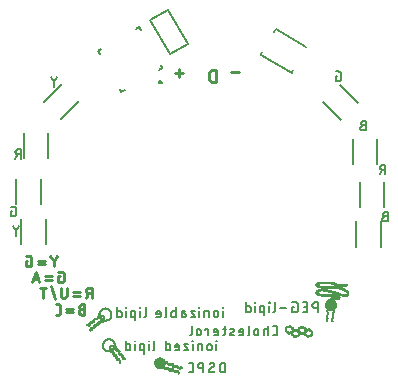
<source format=gbo>
G04 EAGLE Gerber RS-274X export*
G75*
%MOMM*%
%FSLAX34Y34*%
%LPD*%
%INBottom Silkscreen*%
%IPPOS*%
%AMOC8*
5,1,8,0,0,1.08239X$1,22.5*%
G01*
G04 Define Apertures*
%ADD10C,0.254000*%
%ADD11R,0.112900X0.022575*%
%ADD12R,0.158000X0.022569*%
%ADD13R,0.135500X0.022569*%
%ADD14R,0.180500X0.022569*%
%ADD15R,0.203100X0.022569*%
%ADD16R,0.225700X0.022581*%
%ADD17R,0.203100X0.022581*%
%ADD18R,0.203200X0.022569*%
%ADD19R,0.225800X0.022569*%
%ADD20R,0.225700X0.022569*%
%ADD21R,0.203100X0.022575*%
%ADD22R,0.225700X0.022575*%
%ADD23R,0.248300X0.022569*%
%ADD24R,0.203200X0.022575*%
%ADD25R,0.203200X0.022581*%
%ADD26R,0.338600X0.022569*%
%ADD27R,0.699700X0.022569*%
%ADD28R,0.677100X0.022581*%
%ADD29R,0.699800X0.022569*%
%ADD30R,0.744800X0.022569*%
%ADD31R,0.767400X0.022581*%
%ADD32R,0.812600X0.022569*%
%ADD33R,0.835100X0.022569*%
%ADD34R,0.880300X0.022569*%
%ADD35R,0.902900X0.022569*%
%ADD36R,0.925500X0.022569*%
%ADD37R,0.948000X0.022575*%
%ADD38R,0.970600X0.022569*%
%ADD39R,0.993200X0.022569*%
%ADD40R,1.015700X0.022569*%
%ADD41R,1.015700X0.022581*%
%ADD42R,1.015700X0.022575*%
%ADD43R,0.948000X0.022569*%
%ADD44R,0.925500X0.022575*%
%ADD45R,0.857700X0.022569*%
%ADD46R,0.790000X0.022569*%
%ADD47R,0.744900X0.022581*%
%ADD48R,0.654600X0.022569*%
%ADD49R,0.564300X0.022569*%
%ADD50R,0.519100X0.022569*%
%ADD51R,0.428900X0.022575*%
%ADD52R,0.248300X0.022575*%
%ADD53R,0.383700X0.022569*%
%ADD54R,0.835100X0.022581*%
%ADD55R,0.767400X0.022569*%
%ADD56R,0.293400X0.022569*%
%ADD57R,0.632000X0.022581*%
%ADD58R,0.677200X0.022569*%
%ADD59R,0.316000X0.022569*%
%ADD60R,1.534900X0.022569*%
%ADD61R,0.451400X0.022569*%
%ADD62R,1.692900X0.022569*%
%ADD63R,0.609500X0.022569*%
%ADD64R,1.783100X0.022569*%
%ADD65R,2.640900X0.022581*%
%ADD66R,2.686000X0.022569*%
%ADD67R,2.731200X0.022569*%
%ADD68R,2.753800X0.022569*%
%ADD69R,0.632000X0.022569*%
%ADD70R,1.218900X0.022569*%
%ADD71R,0.474000X0.022581*%
%ADD72R,0.722300X0.022581*%
%ADD73R,0.293400X0.022581*%
%ADD74R,0.361100X0.022569*%
%ADD75R,0.270900X0.022569*%
%ADD76R,0.609400X0.022569*%
%ADD77R,0.654600X0.022575*%
%ADD78R,0.654500X0.022569*%
%ADD79R,0.248200X0.022569*%
%ADD80R,0.270800X0.022569*%
%ADD81R,0.744900X0.022569*%
%ADD82R,0.293500X0.022569*%
%ADD83R,0.383700X0.022581*%
%ADD84R,0.812600X0.022581*%
%ADD85R,1.331800X0.022569*%
%ADD86R,1.241500X0.022569*%
%ADD87R,0.361200X0.022569*%
%ADD88R,1.106000X0.022569*%
%ADD89R,1.015800X0.022569*%
%ADD90R,0.406200X0.022569*%
%ADD91R,0.699800X0.022575*%
%ADD92R,0.496600X0.022575*%
%ADD93R,0.541800X0.022569*%
%ADD94R,0.586900X0.022569*%
%ADD95R,0.835200X0.022569*%
%ADD96R,1.896000X0.022569*%
%ADD97R,1.918600X0.022575*%
%ADD98R,1.963800X0.022569*%
%ADD99R,2.031400X0.022569*%
%ADD100R,2.099200X0.022569*%
%ADD101R,2.279700X0.022569*%
%ADD102R,2.437800X0.022569*%
%ADD103R,0.564300X0.022581*%
%ADD104R,1.444600X0.022581*%
%ADD105R,0.406300X0.022569*%
%ADD106R,0.925400X0.022569*%
%ADD107R,1.060900X0.022569*%
%ADD108R,0.293500X0.022575*%
%ADD109R,1.106100X0.022575*%
%ADD110R,1.151200X0.022569*%
%ADD111R,0.541700X0.022569*%
%ADD112R,0.135400X0.022569*%
%ADD113R,0.519100X0.022581*%
%ADD114R,0.790000X0.022581*%
%ADD115R,1.647700X0.022569*%
%ADD116R,1.557500X0.022569*%
%ADD117R,1.467100X0.022569*%
%ADD118R,1.376900X0.022569*%
%ADD119R,1.218900X0.022581*%
%ADD120C,0.203200*%
%ADD121R,0.180600X0.022569*%
%ADD122R,0.090300X0.022569*%
%ADD123R,0.474000X0.022569*%
%ADD124R,0.519200X0.022569*%
%ADD125R,0.496600X0.022569*%
%ADD126R,0.564200X0.022569*%
%ADD127R,0.632000X0.022575*%
%ADD128R,0.744800X0.022575*%
%ADD129R,0.112800X0.022569*%
%ADD130R,0.722300X0.022569*%
%ADD131R,0.496500X0.022569*%
%ADD132R,0.586800X0.022569*%
%ADD133R,0.609400X0.022581*%
%ADD134R,0.338500X0.022569*%
%ADD135R,0.316000X0.022575*%
%ADD136R,0.338600X0.022575*%
%ADD137R,0.270800X0.022575*%
%ADD138R,0.270900X0.022575*%
%ADD139R,0.180600X0.022581*%
%ADD140R,0.699700X0.022581*%
%ADD141R,0.541800X0.022581*%
%ADD142R,0.225800X0.022581*%
%ADD143R,0.270900X0.022581*%
%ADD144R,0.270800X0.022581*%
%ADD145R,0.406300X0.022581*%
%ADD146R,0.428900X0.022569*%
%ADD147R,0.112800X0.022581*%
%ADD148R,0.045200X0.022569*%
%ADD149R,0.158000X0.022581*%
%ADD150R,0.541700X0.022575*%
%ADD151R,0.835200X0.022581*%
%ADD152R,0.586800X0.022581*%
%ADD153R,0.067700X0.022569*%
%ADD154R,1.038300X0.022569*%
%ADD155R,1.060800X0.022581*%
%ADD156R,0.451500X0.022581*%
%ADD157R,0.474100X0.022569*%
%ADD158R,1.083500X0.022569*%
%ADD159R,0.767500X0.022569*%
%ADD160R,0.022600X0.022569*%
%ADD161R,0.586900X0.022575*%
%ADD162R,1.625200X0.022569*%
%ADD163R,1.602600X0.022581*%
%ADD164R,1.309200X0.022569*%
%ADD165R,1.264100X0.022569*%
%ADD166R,1.196300X0.022569*%
%ADD167R,1.173800X0.022575*%
%ADD168R,0.857700X0.022575*%
%ADD169R,0.586900X0.022581*%
%ADD170R,0.022581X0.090300*%
%ADD171R,0.022569X0.135400*%
%ADD172R,0.022569X0.158000*%
%ADD173R,0.022569X0.203100*%
%ADD174R,0.022575X0.203100*%
%ADD175R,0.022569X0.225700*%
%ADD176R,0.022569X0.248300*%
%ADD177R,0.022569X0.270800*%
%ADD178R,0.022569X0.316000*%
%ADD179R,0.022581X0.338600*%
%ADD180R,0.022569X0.383800*%
%ADD181R,0.022569X0.180600*%
%ADD182R,0.022569X0.406300*%
%ADD183R,0.022569X0.383700*%
%ADD184R,0.022569X0.361100*%
%ADD185R,0.022569X0.293400*%
%ADD186R,0.022569X0.203200*%
%ADD187R,0.022581X0.225700*%
%ADD188R,0.022581X0.203200*%
%ADD189R,0.022569X0.270900*%
%ADD190R,0.022569X0.225800*%
%ADD191R,0.022569X0.338600*%
%ADD192R,0.022581X0.248300*%
%ADD193R,0.022581X0.361100*%
%ADD194R,0.022569X0.293500*%
%ADD195R,0.022569X0.361200*%
%ADD196R,0.022575X0.361100*%
%ADD197R,0.022575X0.248300*%
%ADD198R,0.022575X0.338600*%
%ADD199R,0.022575X0.383800*%
%ADD200R,0.022575X0.383700*%
%ADD201R,0.022575X0.316000*%
%ADD202R,0.022569X0.338500*%
%ADD203R,0.022569X0.428800*%
%ADD204R,0.022569X0.677200*%
%ADD205R,0.022581X0.699700*%
%ADD206R,0.022575X0.180600*%
%ADD207R,0.022569X0.609500*%
%ADD208R,0.022569X0.541700*%
%ADD209R,0.022569X0.474000*%
%ADD210R,0.022581X0.316000*%
%ADD211R,0.022569X0.045100*%
%ADD212C,0.152400*%
%ADD213R,0.090300X0.022581*%
%ADD214R,0.338600X0.022581*%
%ADD215R,0.383800X0.022569*%
%ADD216R,0.248300X0.022581*%
%ADD217R,0.361100X0.022581*%
%ADD218R,0.361100X0.022575*%
%ADD219R,0.383800X0.022575*%
%ADD220R,0.383700X0.022575*%
%ADD221R,0.428800X0.022569*%
%ADD222R,0.180600X0.022575*%
%ADD223R,0.316000X0.022581*%
%ADD224R,0.045100X0.022569*%
%ADD225C,0.228600*%
%ADD226C,0.127000*%
%ADD227C,0.200000*%
D10*
X32271Y101924D02*
X25498Y101924D01*
X12527Y103969D02*
X12527Y93809D01*
X12527Y103969D02*
X9705Y103969D01*
X9599Y103967D01*
X9494Y103961D01*
X9389Y103951D01*
X9284Y103937D01*
X9180Y103920D01*
X9077Y103898D01*
X8975Y103873D01*
X8873Y103844D01*
X8773Y103811D01*
X8674Y103774D01*
X8577Y103734D01*
X8481Y103690D01*
X8386Y103642D01*
X8294Y103591D01*
X8204Y103536D01*
X8115Y103479D01*
X8029Y103418D01*
X7946Y103353D01*
X7864Y103286D01*
X7786Y103216D01*
X7710Y103142D01*
X7636Y103066D01*
X7566Y102988D01*
X7499Y102906D01*
X7434Y102823D01*
X7373Y102737D01*
X7316Y102648D01*
X7261Y102558D01*
X7210Y102466D01*
X7162Y102371D01*
X7118Y102275D01*
X7078Y102178D01*
X7041Y102079D01*
X7008Y101979D01*
X6979Y101877D01*
X6954Y101775D01*
X6932Y101672D01*
X6915Y101568D01*
X6901Y101463D01*
X6891Y101358D01*
X6885Y101253D01*
X6883Y101147D01*
X6883Y96632D01*
X6885Y96526D01*
X6891Y96421D01*
X6901Y96316D01*
X6915Y96211D01*
X6932Y96107D01*
X6954Y96004D01*
X6979Y95902D01*
X7008Y95800D01*
X7041Y95700D01*
X7078Y95601D01*
X7118Y95504D01*
X7162Y95408D01*
X7210Y95313D01*
X7261Y95221D01*
X7316Y95131D01*
X7373Y95042D01*
X7434Y94956D01*
X7499Y94873D01*
X7566Y94791D01*
X7636Y94713D01*
X7710Y94637D01*
X7786Y94563D01*
X7864Y94493D01*
X7946Y94426D01*
X8029Y94361D01*
X8115Y94300D01*
X8204Y94243D01*
X8294Y94188D01*
X8386Y94137D01*
X8481Y94089D01*
X8577Y94045D01*
X8674Y94005D01*
X8773Y93968D01*
X8873Y93935D01*
X8975Y93906D01*
X9077Y93881D01*
X9180Y93859D01*
X9284Y93842D01*
X9389Y93828D01*
X9494Y93818D01*
X9599Y93812D01*
X9705Y93810D01*
X9705Y93809D02*
X12527Y93809D01*
X-14948Y101686D02*
X-21721Y101686D01*
X-18335Y105072D02*
X-18335Y98299D01*
D11*
X111450Y-109575D03*
D12*
X111450Y-109350D03*
D13*
X106371Y-109124D03*
D14*
X111337Y-109124D03*
X106371Y-108898D03*
X111337Y-108898D03*
D15*
X106484Y-108672D03*
X111224Y-108672D03*
D16*
X106597Y-108447D03*
D17*
X111224Y-108447D03*
D18*
X106710Y-108221D03*
X110999Y-108221D03*
D19*
X106823Y-107995D03*
D18*
X110999Y-107995D03*
X106936Y-107770D03*
X110999Y-107770D03*
D20*
X107048Y-107544D03*
D18*
X110999Y-107544D03*
D20*
X107048Y-107318D03*
X111111Y-107318D03*
D21*
X107161Y-107092D03*
D22*
X111111Y-107092D03*
D20*
X107048Y-106867D03*
X111337Y-106867D03*
D18*
X106936Y-106641D03*
D23*
X111450Y-106641D03*
D18*
X106936Y-106415D03*
D20*
X111563Y-106415D03*
D19*
X106823Y-106190D03*
D20*
X111788Y-106190D03*
D24*
X106710Y-105964D03*
D22*
X111788Y-105964D03*
D20*
X106597Y-105738D03*
D15*
X111901Y-105738D03*
X106484Y-105512D03*
X111901Y-105512D03*
X106484Y-105287D03*
X111901Y-105287D03*
X106484Y-105061D03*
X111901Y-105061D03*
X106484Y-104835D03*
X111901Y-104835D03*
D16*
X106597Y-104609D03*
X111788Y-104609D03*
D19*
X106823Y-104384D03*
D18*
X111676Y-104384D03*
D19*
X106823Y-104158D03*
D18*
X111676Y-104158D03*
D20*
X107048Y-103932D03*
D15*
X111450Y-103932D03*
D20*
X107274Y-103707D03*
D15*
X111450Y-103707D03*
D22*
X107274Y-103481D03*
D21*
X111450Y-103481D03*
D15*
X107387Y-103255D03*
X111450Y-103255D03*
D20*
X107500Y-103029D03*
D15*
X111450Y-103029D03*
D18*
X107613Y-102804D03*
D20*
X111563Y-102804D03*
D18*
X107613Y-102578D03*
D20*
X111788Y-102578D03*
D15*
X107387Y-102352D03*
D20*
X111788Y-102352D03*
D17*
X107387Y-102127D03*
D16*
X112014Y-102127D03*
D20*
X107274Y-101901D03*
X112240Y-101901D03*
D15*
X107161Y-101675D03*
D20*
X112240Y-101675D03*
D15*
X107161Y-101449D03*
D18*
X112353Y-101449D03*
X106936Y-101224D03*
X112353Y-101224D03*
D25*
X106936Y-100998D03*
X112353Y-100998D03*
D18*
X106936Y-100772D03*
X112353Y-100772D03*
D20*
X107048Y-100547D03*
X112240Y-100547D03*
X107048Y-100321D03*
D23*
X112127Y-100321D03*
X107387Y-100095D03*
D26*
X111450Y-100095D03*
D27*
X109644Y-99869D03*
D28*
X109757Y-99644D03*
D27*
X109870Y-99418D03*
X109870Y-99192D03*
D29*
X110096Y-98967D03*
D30*
X110096Y-98741D03*
D31*
X110209Y-98515D03*
D32*
X110209Y-98289D03*
D33*
X110321Y-98064D03*
D34*
X110321Y-97838D03*
D35*
X110208Y-97612D03*
D36*
X110321Y-97387D03*
D37*
X110209Y-97161D03*
D38*
X110322Y-96935D03*
X110322Y-96709D03*
D39*
X110209Y-96484D03*
D40*
X110321Y-96258D03*
D41*
X110321Y-96032D03*
D40*
X110321Y-95806D03*
X110321Y-95581D03*
X110321Y-95355D03*
X110321Y-95129D03*
X110321Y-94904D03*
D42*
X110321Y-94678D03*
D39*
X110209Y-94452D03*
D38*
X110322Y-94226D03*
X110322Y-94001D03*
D43*
X110209Y-93775D03*
D44*
X110321Y-93549D03*
D36*
X110321Y-93324D03*
D34*
X110321Y-93098D03*
D45*
X110208Y-92872D03*
D33*
X110321Y-92646D03*
D46*
X110322Y-92421D03*
D47*
X110321Y-92195D03*
D27*
X110321Y-91969D03*
D48*
X110322Y-91744D03*
D49*
X110321Y-91518D03*
D50*
X110321Y-91292D03*
D51*
X110321Y-91066D03*
D52*
X115738Y-91066D03*
D53*
X110547Y-90841D03*
X115513Y-90841D03*
D34*
X113255Y-90615D03*
D45*
X113368Y-90389D03*
X113594Y-90164D03*
X113594Y-89938D03*
D54*
X113707Y-89712D03*
D32*
X113820Y-89486D03*
D46*
X113933Y-89261D03*
D55*
X114046Y-89035D03*
D26*
X112353Y-88809D03*
D56*
X116190Y-88809D03*
D57*
X114497Y-88583D03*
D58*
X114046Y-88358D03*
D34*
X113030Y-88132D03*
D59*
X122172Y-88132D03*
D60*
X109531Y-87906D03*
D61*
X121946Y-87906D03*
D62*
X108515Y-87681D03*
D63*
X121607Y-87681D03*
D64*
X108064Y-87455D03*
D30*
X121156Y-87455D03*
D65*
X111901Y-87229D03*
D66*
X111676Y-87003D03*
D67*
X111676Y-86778D03*
D68*
X111563Y-86552D03*
D69*
X100729Y-86326D03*
D70*
X119237Y-86326D03*
D71*
X99713Y-86101D03*
D72*
X116303Y-86101D03*
D73*
X123865Y-86101D03*
D74*
X99148Y-85875D03*
D48*
X115513Y-85875D03*
D23*
X124090Y-85875D03*
D56*
X98810Y-85649D03*
D69*
X114949Y-85649D03*
D23*
X124090Y-85649D03*
D75*
X98471Y-85423D03*
D76*
X114159Y-85423D03*
D20*
X124203Y-85423D03*
D23*
X98358Y-85198D03*
D69*
X113369Y-85198D03*
D20*
X124203Y-85198D03*
D23*
X98358Y-84972D03*
D69*
X112692Y-84972D03*
D23*
X124090Y-84972D03*
D52*
X98358Y-84746D03*
D77*
X111902Y-84746D03*
D22*
X123977Y-84746D03*
D75*
X98471Y-84521D03*
D78*
X111224Y-84521D03*
D23*
X123864Y-84521D03*
X98584Y-84295D03*
D27*
X110547Y-84295D03*
D79*
X123639Y-84295D03*
D56*
X98810Y-84069D03*
D27*
X109644Y-84069D03*
D80*
X123526Y-84069D03*
D59*
X98923Y-83843D03*
D81*
X108741Y-83843D03*
D82*
X123187Y-83843D03*
D83*
X99487Y-83618D03*
D84*
X107726Y-83618D03*
D73*
X122962Y-83618D03*
D85*
X104453Y-83392D03*
D59*
X122623Y-83392D03*
D86*
X104001Y-83166D03*
D87*
X122172Y-83166D03*
D88*
X103776Y-82941D03*
D53*
X121833Y-82941D03*
D89*
X103550Y-82715D03*
D90*
X121269Y-82715D03*
D45*
X103211Y-82489D03*
D61*
X120592Y-82489D03*
D91*
X102873Y-82263D03*
D92*
X120140Y-82263D03*
D93*
X102760Y-82038D03*
D94*
X119237Y-82038D03*
D59*
X102986Y-81812D03*
D27*
X118221Y-81812D03*
D56*
X103550Y-81586D03*
D95*
X117093Y-81586D03*
D96*
X111112Y-81361D03*
D97*
X110547Y-81135D03*
D98*
X109870Y-80909D03*
D99*
X109306Y-80683D03*
D100*
X109193Y-80458D03*
D101*
X109644Y-80232D03*
D102*
X109983Y-80006D03*
D103*
X100390Y-79780D03*
D104*
X115626Y-79780D03*
D105*
X99374Y-79555D03*
D106*
X118899Y-79555D03*
D87*
X98923Y-79329D03*
D38*
X118899Y-79329D03*
D59*
X98697Y-79103D03*
D39*
X118786Y-79103D03*
D56*
X98584Y-78878D03*
D107*
X118673Y-78878D03*
D108*
X98358Y-78652D03*
D109*
X118447Y-78652D03*
D82*
X98358Y-78426D03*
D110*
X117996Y-78426D03*
D56*
X98584Y-78200D03*
D111*
X114497Y-78200D03*
D75*
X122397Y-78200D03*
D59*
X98697Y-77975D03*
D111*
X113820Y-77975D03*
D112*
X122623Y-77975D03*
D26*
X98810Y-77749D03*
D111*
X112917Y-77749D03*
D53*
X99261Y-77523D03*
D63*
X112127Y-77523D03*
D113*
X99938Y-77298D03*
D114*
X110773Y-77298D03*
D115*
X105807Y-77072D03*
D116*
X105807Y-76846D03*
D117*
X105581Y-76620D03*
D118*
X105581Y-76395D03*
D119*
X105468Y-76169D03*
D40*
X105581Y-75943D03*
D120*
X98810Y-92738D02*
X98810Y-100866D01*
X98810Y-92738D02*
X96553Y-92738D01*
X96460Y-92740D01*
X96367Y-92746D01*
X96274Y-92755D01*
X96181Y-92769D01*
X96090Y-92786D01*
X95999Y-92807D01*
X95909Y-92832D01*
X95820Y-92860D01*
X95732Y-92892D01*
X95646Y-92928D01*
X95561Y-92967D01*
X95478Y-93010D01*
X95397Y-93056D01*
X95318Y-93106D01*
X95241Y-93158D01*
X95166Y-93214D01*
X95094Y-93273D01*
X95024Y-93335D01*
X94956Y-93399D01*
X94892Y-93467D01*
X94830Y-93537D01*
X94771Y-93609D01*
X94715Y-93684D01*
X94663Y-93761D01*
X94613Y-93840D01*
X94567Y-93921D01*
X94524Y-94004D01*
X94485Y-94089D01*
X94449Y-94175D01*
X94417Y-94263D01*
X94389Y-94352D01*
X94364Y-94442D01*
X94343Y-94533D01*
X94326Y-94624D01*
X94312Y-94717D01*
X94303Y-94810D01*
X94297Y-94903D01*
X94295Y-94996D01*
X94297Y-95089D01*
X94303Y-95182D01*
X94312Y-95275D01*
X94326Y-95368D01*
X94343Y-95459D01*
X94364Y-95550D01*
X94389Y-95640D01*
X94417Y-95729D01*
X94449Y-95817D01*
X94485Y-95903D01*
X94524Y-95988D01*
X94567Y-96071D01*
X94613Y-96152D01*
X94663Y-96231D01*
X94715Y-96308D01*
X94771Y-96383D01*
X94830Y-96455D01*
X94892Y-96525D01*
X94956Y-96593D01*
X95024Y-96657D01*
X95094Y-96719D01*
X95166Y-96778D01*
X95241Y-96834D01*
X95318Y-96886D01*
X95397Y-96936D01*
X95478Y-96982D01*
X95561Y-97025D01*
X95646Y-97064D01*
X95732Y-97100D01*
X95820Y-97132D01*
X95909Y-97160D01*
X95999Y-97185D01*
X96090Y-97206D01*
X96181Y-97223D01*
X96274Y-97237D01*
X96367Y-97246D01*
X96460Y-97252D01*
X96553Y-97254D01*
X96553Y-97253D02*
X98810Y-97253D01*
X89872Y-100866D02*
X86259Y-100866D01*
X89872Y-100866D02*
X89872Y-92738D01*
X86259Y-92738D01*
X87162Y-96350D02*
X89872Y-96350D01*
X78818Y-96350D02*
X77463Y-96350D01*
X77463Y-100866D01*
X80172Y-100866D01*
X80255Y-100864D01*
X80339Y-100858D01*
X80422Y-100849D01*
X80504Y-100835D01*
X80585Y-100818D01*
X80666Y-100797D01*
X80746Y-100772D01*
X80824Y-100744D01*
X80901Y-100712D01*
X80977Y-100677D01*
X81051Y-100638D01*
X81123Y-100595D01*
X81193Y-100550D01*
X81260Y-100501D01*
X81326Y-100449D01*
X81389Y-100395D01*
X81449Y-100337D01*
X81507Y-100277D01*
X81561Y-100214D01*
X81613Y-100148D01*
X81662Y-100081D01*
X81707Y-100011D01*
X81750Y-99939D01*
X81789Y-99865D01*
X81824Y-99789D01*
X81856Y-99712D01*
X81884Y-99634D01*
X81909Y-99554D01*
X81930Y-99473D01*
X81947Y-99392D01*
X81961Y-99310D01*
X81970Y-99227D01*
X81976Y-99143D01*
X81978Y-99060D01*
X81979Y-99060D02*
X81979Y-94544D01*
X81978Y-94544D02*
X81976Y-94461D01*
X81970Y-94377D01*
X81961Y-94294D01*
X81947Y-94212D01*
X81930Y-94131D01*
X81909Y-94050D01*
X81884Y-93970D01*
X81856Y-93892D01*
X81824Y-93815D01*
X81789Y-93739D01*
X81750Y-93665D01*
X81708Y-93593D01*
X81662Y-93523D01*
X81613Y-93456D01*
X81561Y-93390D01*
X81507Y-93327D01*
X81449Y-93267D01*
X81389Y-93209D01*
X81326Y-93155D01*
X81260Y-93103D01*
X81193Y-93054D01*
X81123Y-93009D01*
X81051Y-92966D01*
X80977Y-92927D01*
X80902Y-92892D01*
X80824Y-92860D01*
X80746Y-92832D01*
X80666Y-92807D01*
X80586Y-92786D01*
X80504Y-92769D01*
X80422Y-92755D01*
X80339Y-92746D01*
X80255Y-92740D01*
X80172Y-92738D01*
X77463Y-92738D01*
X72372Y-97705D02*
X66953Y-97705D01*
X62344Y-99511D02*
X62344Y-92738D01*
X62344Y-99511D02*
X62342Y-99582D01*
X62337Y-99653D01*
X62327Y-99723D01*
X62314Y-99793D01*
X62298Y-99862D01*
X62278Y-99930D01*
X62254Y-99997D01*
X62227Y-100062D01*
X62196Y-100126D01*
X62162Y-100189D01*
X62125Y-100249D01*
X62085Y-100307D01*
X62042Y-100364D01*
X61996Y-100418D01*
X61947Y-100469D01*
X61896Y-100518D01*
X61842Y-100564D01*
X61785Y-100607D01*
X61727Y-100647D01*
X61667Y-100684D01*
X61604Y-100718D01*
X61540Y-100749D01*
X61475Y-100776D01*
X61408Y-100800D01*
X61340Y-100820D01*
X61271Y-100836D01*
X61201Y-100849D01*
X61131Y-100859D01*
X61060Y-100864D01*
X60989Y-100866D01*
X57775Y-100866D02*
X57775Y-95447D01*
X58001Y-93189D02*
X58001Y-92738D01*
X57550Y-92738D01*
X57550Y-93189D01*
X58001Y-93189D01*
X53403Y-95447D02*
X53403Y-103575D01*
X53403Y-95447D02*
X51145Y-95447D01*
X51072Y-95449D01*
X50999Y-95455D01*
X50926Y-95465D01*
X50854Y-95479D01*
X50783Y-95496D01*
X50712Y-95518D01*
X50643Y-95543D01*
X50576Y-95572D01*
X50510Y-95605D01*
X50446Y-95641D01*
X50385Y-95680D01*
X50325Y-95723D01*
X50268Y-95769D01*
X50213Y-95818D01*
X50161Y-95870D01*
X50112Y-95925D01*
X50066Y-95982D01*
X50023Y-96042D01*
X49984Y-96103D01*
X49948Y-96167D01*
X49915Y-96233D01*
X49886Y-96300D01*
X49861Y-96369D01*
X49839Y-96439D01*
X49822Y-96511D01*
X49808Y-96583D01*
X49798Y-96655D01*
X49792Y-96729D01*
X49790Y-96802D01*
X49791Y-96802D02*
X49791Y-99511D01*
X49790Y-99511D02*
X49792Y-99582D01*
X49797Y-99653D01*
X49807Y-99723D01*
X49820Y-99793D01*
X49836Y-99862D01*
X49856Y-99930D01*
X49880Y-99997D01*
X49907Y-100062D01*
X49938Y-100126D01*
X49972Y-100189D01*
X50009Y-100249D01*
X50049Y-100307D01*
X50092Y-100364D01*
X50138Y-100418D01*
X50187Y-100469D01*
X50238Y-100518D01*
X50292Y-100564D01*
X50349Y-100607D01*
X50407Y-100647D01*
X50468Y-100684D01*
X50530Y-100718D01*
X50594Y-100749D01*
X50659Y-100776D01*
X50726Y-100800D01*
X50794Y-100820D01*
X50863Y-100836D01*
X50933Y-100849D01*
X51003Y-100859D01*
X51074Y-100864D01*
X51145Y-100866D01*
X53403Y-100866D01*
X45888Y-100866D02*
X45888Y-95447D01*
X46114Y-93189D02*
X46114Y-92738D01*
X45662Y-92738D01*
X45662Y-93189D01*
X46114Y-93189D01*
X38373Y-92738D02*
X38373Y-100866D01*
X40631Y-100866D01*
X40702Y-100864D01*
X40773Y-100859D01*
X40843Y-100849D01*
X40913Y-100836D01*
X40982Y-100820D01*
X41050Y-100800D01*
X41117Y-100776D01*
X41182Y-100749D01*
X41246Y-100718D01*
X41309Y-100684D01*
X41369Y-100647D01*
X41427Y-100607D01*
X41484Y-100564D01*
X41538Y-100518D01*
X41589Y-100469D01*
X41638Y-100418D01*
X41684Y-100364D01*
X41727Y-100307D01*
X41767Y-100249D01*
X41804Y-100189D01*
X41838Y-100126D01*
X41869Y-100062D01*
X41896Y-99997D01*
X41920Y-99930D01*
X41940Y-99862D01*
X41956Y-99793D01*
X41969Y-99723D01*
X41979Y-99653D01*
X41984Y-99582D01*
X41986Y-99511D01*
X41986Y-96802D01*
X41984Y-96729D01*
X41978Y-96656D01*
X41968Y-96583D01*
X41954Y-96511D01*
X41937Y-96440D01*
X41915Y-96369D01*
X41890Y-96300D01*
X41861Y-96233D01*
X41828Y-96167D01*
X41792Y-96103D01*
X41753Y-96042D01*
X41710Y-95982D01*
X41664Y-95925D01*
X41615Y-95870D01*
X41563Y-95818D01*
X41508Y-95769D01*
X41451Y-95723D01*
X41391Y-95680D01*
X41330Y-95641D01*
X41266Y-95605D01*
X41200Y-95572D01*
X41133Y-95543D01*
X41064Y-95518D01*
X40994Y-95496D01*
X40922Y-95479D01*
X40850Y-95465D01*
X40778Y-95455D01*
X40704Y-95449D01*
X40631Y-95447D01*
X38373Y-95447D01*
X61105Y-120693D02*
X62911Y-120693D01*
X62994Y-120691D01*
X63078Y-120685D01*
X63161Y-120676D01*
X63243Y-120662D01*
X63324Y-120645D01*
X63405Y-120624D01*
X63485Y-120599D01*
X63563Y-120571D01*
X63640Y-120539D01*
X63716Y-120504D01*
X63790Y-120465D01*
X63862Y-120422D01*
X63932Y-120377D01*
X63999Y-120328D01*
X64065Y-120276D01*
X64128Y-120222D01*
X64188Y-120164D01*
X64246Y-120104D01*
X64300Y-120041D01*
X64352Y-119975D01*
X64401Y-119908D01*
X64446Y-119838D01*
X64489Y-119766D01*
X64528Y-119692D01*
X64563Y-119616D01*
X64595Y-119539D01*
X64623Y-119461D01*
X64648Y-119381D01*
X64669Y-119300D01*
X64686Y-119219D01*
X64700Y-119137D01*
X64709Y-119054D01*
X64715Y-118970D01*
X64717Y-118887D01*
X64717Y-114371D01*
X64715Y-114288D01*
X64709Y-114204D01*
X64700Y-114121D01*
X64686Y-114039D01*
X64669Y-113958D01*
X64648Y-113877D01*
X64623Y-113797D01*
X64595Y-113719D01*
X64563Y-113642D01*
X64528Y-113566D01*
X64489Y-113492D01*
X64447Y-113420D01*
X64401Y-113350D01*
X64352Y-113283D01*
X64300Y-113217D01*
X64246Y-113154D01*
X64188Y-113094D01*
X64128Y-113036D01*
X64065Y-112982D01*
X63999Y-112930D01*
X63932Y-112881D01*
X63862Y-112836D01*
X63790Y-112793D01*
X63716Y-112754D01*
X63641Y-112719D01*
X63563Y-112687D01*
X63485Y-112659D01*
X63405Y-112634D01*
X63325Y-112613D01*
X63243Y-112596D01*
X63161Y-112582D01*
X63078Y-112573D01*
X62994Y-112567D01*
X62911Y-112565D01*
X61105Y-112565D01*
X56904Y-112565D02*
X56904Y-120693D01*
X56904Y-115275D02*
X54647Y-115275D01*
X54647Y-115274D02*
X54574Y-115276D01*
X54501Y-115282D01*
X54428Y-115292D01*
X54356Y-115306D01*
X54285Y-115323D01*
X54214Y-115345D01*
X54145Y-115370D01*
X54078Y-115399D01*
X54012Y-115432D01*
X53948Y-115468D01*
X53887Y-115507D01*
X53827Y-115550D01*
X53770Y-115596D01*
X53715Y-115645D01*
X53663Y-115697D01*
X53614Y-115752D01*
X53568Y-115809D01*
X53525Y-115869D01*
X53486Y-115930D01*
X53450Y-115994D01*
X53417Y-116060D01*
X53388Y-116127D01*
X53363Y-116196D01*
X53341Y-116266D01*
X53324Y-116338D01*
X53310Y-116410D01*
X53300Y-116482D01*
X53294Y-116556D01*
X53292Y-116629D01*
X53292Y-120693D01*
X48675Y-118887D02*
X48675Y-117081D01*
X48674Y-117081D02*
X48672Y-116998D01*
X48666Y-116914D01*
X48657Y-116831D01*
X48643Y-116749D01*
X48626Y-116668D01*
X48605Y-116587D01*
X48580Y-116507D01*
X48552Y-116429D01*
X48520Y-116352D01*
X48485Y-116276D01*
X48446Y-116202D01*
X48403Y-116130D01*
X48358Y-116060D01*
X48309Y-115993D01*
X48257Y-115927D01*
X48203Y-115864D01*
X48145Y-115804D01*
X48085Y-115746D01*
X48022Y-115692D01*
X47956Y-115640D01*
X47889Y-115591D01*
X47819Y-115546D01*
X47747Y-115503D01*
X47673Y-115464D01*
X47597Y-115429D01*
X47520Y-115397D01*
X47442Y-115369D01*
X47362Y-115344D01*
X47281Y-115323D01*
X47200Y-115306D01*
X47118Y-115292D01*
X47035Y-115283D01*
X46951Y-115277D01*
X46868Y-115275D01*
X46785Y-115277D01*
X46701Y-115283D01*
X46618Y-115292D01*
X46536Y-115306D01*
X46455Y-115323D01*
X46374Y-115344D01*
X46294Y-115369D01*
X46216Y-115397D01*
X46139Y-115429D01*
X46063Y-115464D01*
X45989Y-115503D01*
X45917Y-115546D01*
X45847Y-115591D01*
X45780Y-115640D01*
X45714Y-115692D01*
X45651Y-115746D01*
X45591Y-115804D01*
X45533Y-115864D01*
X45479Y-115927D01*
X45427Y-115993D01*
X45378Y-116060D01*
X45333Y-116130D01*
X45290Y-116202D01*
X45251Y-116276D01*
X45216Y-116352D01*
X45184Y-116429D01*
X45156Y-116507D01*
X45131Y-116587D01*
X45110Y-116668D01*
X45093Y-116749D01*
X45079Y-116831D01*
X45070Y-116914D01*
X45064Y-116998D01*
X45062Y-117081D01*
X45062Y-118887D01*
X45064Y-118970D01*
X45070Y-119054D01*
X45079Y-119137D01*
X45093Y-119219D01*
X45110Y-119300D01*
X45131Y-119381D01*
X45156Y-119461D01*
X45184Y-119539D01*
X45216Y-119616D01*
X45251Y-119692D01*
X45290Y-119766D01*
X45333Y-119838D01*
X45378Y-119908D01*
X45427Y-119975D01*
X45479Y-120041D01*
X45533Y-120104D01*
X45591Y-120164D01*
X45651Y-120222D01*
X45714Y-120276D01*
X45780Y-120328D01*
X45847Y-120377D01*
X45917Y-120422D01*
X45989Y-120465D01*
X46063Y-120504D01*
X46139Y-120539D01*
X46216Y-120571D01*
X46294Y-120599D01*
X46374Y-120624D01*
X46455Y-120645D01*
X46536Y-120662D01*
X46618Y-120676D01*
X46701Y-120685D01*
X46785Y-120691D01*
X46868Y-120693D01*
X46951Y-120691D01*
X47035Y-120685D01*
X47118Y-120676D01*
X47200Y-120662D01*
X47281Y-120645D01*
X47362Y-120624D01*
X47442Y-120599D01*
X47520Y-120571D01*
X47597Y-120539D01*
X47673Y-120504D01*
X47747Y-120465D01*
X47819Y-120422D01*
X47889Y-120377D01*
X47956Y-120328D01*
X48022Y-120276D01*
X48085Y-120222D01*
X48145Y-120164D01*
X48203Y-120104D01*
X48257Y-120041D01*
X48309Y-119975D01*
X48358Y-119908D01*
X48403Y-119838D01*
X48446Y-119766D01*
X48485Y-119692D01*
X48520Y-119616D01*
X48552Y-119539D01*
X48580Y-119461D01*
X48605Y-119381D01*
X48626Y-119300D01*
X48643Y-119219D01*
X48657Y-119137D01*
X48666Y-119054D01*
X48672Y-118970D01*
X48674Y-118887D01*
X40769Y-119339D02*
X40769Y-112565D01*
X40769Y-119339D02*
X40767Y-119410D01*
X40762Y-119481D01*
X40752Y-119551D01*
X40739Y-119621D01*
X40723Y-119690D01*
X40703Y-119758D01*
X40679Y-119825D01*
X40652Y-119890D01*
X40621Y-119954D01*
X40587Y-120017D01*
X40550Y-120077D01*
X40510Y-120135D01*
X40467Y-120192D01*
X40421Y-120246D01*
X40372Y-120297D01*
X40321Y-120346D01*
X40267Y-120392D01*
X40210Y-120435D01*
X40152Y-120475D01*
X40092Y-120512D01*
X40029Y-120546D01*
X39965Y-120577D01*
X39900Y-120604D01*
X39833Y-120628D01*
X39765Y-120648D01*
X39696Y-120664D01*
X39626Y-120677D01*
X39556Y-120687D01*
X39485Y-120692D01*
X39414Y-120694D01*
X34519Y-120693D02*
X32261Y-120693D01*
X34519Y-120694D02*
X34590Y-120692D01*
X34661Y-120687D01*
X34731Y-120677D01*
X34801Y-120664D01*
X34870Y-120648D01*
X34938Y-120628D01*
X35005Y-120604D01*
X35070Y-120577D01*
X35134Y-120546D01*
X35197Y-120512D01*
X35257Y-120475D01*
X35315Y-120435D01*
X35372Y-120392D01*
X35426Y-120346D01*
X35477Y-120297D01*
X35526Y-120246D01*
X35572Y-120192D01*
X35615Y-120135D01*
X35655Y-120077D01*
X35692Y-120017D01*
X35726Y-119954D01*
X35757Y-119890D01*
X35784Y-119825D01*
X35808Y-119758D01*
X35828Y-119690D01*
X35844Y-119621D01*
X35857Y-119551D01*
X35867Y-119481D01*
X35872Y-119410D01*
X35874Y-119339D01*
X35873Y-119339D02*
X35873Y-117081D01*
X35871Y-116998D01*
X35865Y-116914D01*
X35856Y-116831D01*
X35842Y-116749D01*
X35825Y-116668D01*
X35804Y-116587D01*
X35779Y-116507D01*
X35751Y-116429D01*
X35719Y-116352D01*
X35684Y-116276D01*
X35645Y-116202D01*
X35602Y-116130D01*
X35557Y-116060D01*
X35508Y-115993D01*
X35456Y-115927D01*
X35402Y-115864D01*
X35344Y-115804D01*
X35284Y-115746D01*
X35221Y-115692D01*
X35155Y-115640D01*
X35088Y-115591D01*
X35018Y-115546D01*
X34946Y-115503D01*
X34872Y-115464D01*
X34796Y-115429D01*
X34719Y-115397D01*
X34641Y-115369D01*
X34561Y-115344D01*
X34480Y-115323D01*
X34399Y-115306D01*
X34317Y-115292D01*
X34234Y-115283D01*
X34150Y-115277D01*
X34067Y-115275D01*
X33984Y-115277D01*
X33900Y-115283D01*
X33817Y-115292D01*
X33735Y-115306D01*
X33654Y-115323D01*
X33573Y-115344D01*
X33493Y-115369D01*
X33415Y-115397D01*
X33338Y-115429D01*
X33262Y-115464D01*
X33188Y-115503D01*
X33116Y-115546D01*
X33046Y-115591D01*
X32979Y-115640D01*
X32913Y-115692D01*
X32850Y-115746D01*
X32790Y-115804D01*
X32732Y-115864D01*
X32678Y-115927D01*
X32626Y-115993D01*
X32577Y-116060D01*
X32532Y-116130D01*
X32489Y-116202D01*
X32450Y-116276D01*
X32415Y-116352D01*
X32383Y-116429D01*
X32355Y-116507D01*
X32330Y-116587D01*
X32309Y-116668D01*
X32292Y-116749D01*
X32278Y-116831D01*
X32269Y-116914D01*
X32263Y-116998D01*
X32261Y-117081D01*
X32261Y-117984D01*
X35873Y-117984D01*
X27271Y-117532D02*
X25013Y-118435D01*
X27271Y-117532D02*
X27333Y-117505D01*
X27393Y-117475D01*
X27452Y-117441D01*
X27509Y-117404D01*
X27563Y-117363D01*
X27615Y-117320D01*
X27664Y-117273D01*
X27710Y-117224D01*
X27754Y-117172D01*
X27794Y-117118D01*
X27832Y-117061D01*
X27866Y-117003D01*
X27896Y-116942D01*
X27923Y-116880D01*
X27946Y-116817D01*
X27966Y-116752D01*
X27982Y-116686D01*
X27994Y-116619D01*
X28002Y-116552D01*
X28006Y-116485D01*
X28007Y-116417D01*
X28003Y-116349D01*
X27996Y-116282D01*
X27984Y-116215D01*
X27969Y-116149D01*
X27950Y-116084D01*
X27927Y-116021D01*
X27901Y-115958D01*
X27871Y-115898D01*
X27838Y-115839D01*
X27801Y-115782D01*
X27761Y-115727D01*
X27718Y-115675D01*
X27672Y-115625D01*
X27623Y-115578D01*
X27572Y-115534D01*
X27518Y-115493D01*
X27462Y-115455D01*
X27404Y-115421D01*
X27344Y-115390D01*
X27282Y-115362D01*
X27218Y-115338D01*
X27154Y-115318D01*
X27088Y-115301D01*
X27022Y-115289D01*
X26954Y-115280D01*
X26887Y-115275D01*
X26819Y-115274D01*
X26820Y-115275D02*
X26680Y-115278D01*
X26541Y-115286D01*
X26401Y-115298D01*
X26262Y-115313D01*
X26124Y-115332D01*
X25986Y-115355D01*
X25849Y-115381D01*
X25712Y-115412D01*
X25577Y-115446D01*
X25442Y-115483D01*
X25309Y-115525D01*
X25177Y-115570D01*
X25046Y-115618D01*
X24916Y-115670D01*
X24788Y-115726D01*
X25013Y-118436D02*
X24951Y-118463D01*
X24891Y-118493D01*
X24832Y-118527D01*
X24775Y-118564D01*
X24721Y-118605D01*
X24669Y-118648D01*
X24620Y-118695D01*
X24574Y-118744D01*
X24530Y-118796D01*
X24490Y-118850D01*
X24452Y-118907D01*
X24418Y-118965D01*
X24388Y-119026D01*
X24361Y-119088D01*
X24338Y-119151D01*
X24318Y-119216D01*
X24302Y-119282D01*
X24290Y-119349D01*
X24282Y-119416D01*
X24278Y-119483D01*
X24277Y-119551D01*
X24281Y-119619D01*
X24288Y-119686D01*
X24300Y-119753D01*
X24315Y-119819D01*
X24334Y-119884D01*
X24357Y-119947D01*
X24383Y-120010D01*
X24413Y-120070D01*
X24446Y-120129D01*
X24483Y-120186D01*
X24523Y-120241D01*
X24566Y-120293D01*
X24612Y-120343D01*
X24661Y-120390D01*
X24712Y-120434D01*
X24766Y-120475D01*
X24822Y-120513D01*
X24880Y-120547D01*
X24940Y-120578D01*
X25002Y-120606D01*
X25066Y-120630D01*
X25130Y-120650D01*
X25196Y-120667D01*
X25262Y-120679D01*
X25330Y-120688D01*
X25397Y-120693D01*
X25465Y-120694D01*
X25465Y-120693D02*
X25646Y-120688D01*
X25827Y-120679D01*
X26008Y-120666D01*
X26188Y-120649D01*
X26368Y-120627D01*
X26547Y-120601D01*
X26726Y-120570D01*
X26904Y-120536D01*
X27081Y-120497D01*
X27257Y-120454D01*
X27431Y-120407D01*
X27605Y-120356D01*
X27778Y-120301D01*
X27949Y-120242D01*
X20921Y-115275D02*
X18211Y-115275D01*
X20018Y-112565D02*
X20018Y-119339D01*
X20016Y-119410D01*
X20011Y-119481D01*
X20001Y-119551D01*
X19988Y-119621D01*
X19972Y-119690D01*
X19952Y-119758D01*
X19928Y-119825D01*
X19901Y-119890D01*
X19870Y-119954D01*
X19836Y-120017D01*
X19799Y-120077D01*
X19759Y-120135D01*
X19716Y-120192D01*
X19670Y-120246D01*
X19621Y-120297D01*
X19570Y-120346D01*
X19516Y-120392D01*
X19459Y-120435D01*
X19401Y-120475D01*
X19341Y-120512D01*
X19278Y-120546D01*
X19214Y-120577D01*
X19149Y-120604D01*
X19082Y-120628D01*
X19014Y-120648D01*
X18945Y-120664D01*
X18875Y-120677D01*
X18805Y-120687D01*
X18734Y-120692D01*
X18663Y-120694D01*
X18663Y-120693D02*
X18211Y-120693D01*
X12878Y-120693D02*
X10620Y-120693D01*
X12878Y-120694D02*
X12949Y-120692D01*
X13020Y-120687D01*
X13090Y-120677D01*
X13160Y-120664D01*
X13229Y-120648D01*
X13297Y-120628D01*
X13364Y-120604D01*
X13429Y-120577D01*
X13493Y-120546D01*
X13556Y-120512D01*
X13616Y-120475D01*
X13674Y-120435D01*
X13731Y-120392D01*
X13785Y-120346D01*
X13836Y-120297D01*
X13885Y-120246D01*
X13931Y-120192D01*
X13974Y-120135D01*
X14014Y-120077D01*
X14051Y-120017D01*
X14085Y-119954D01*
X14116Y-119890D01*
X14143Y-119825D01*
X14167Y-119758D01*
X14187Y-119690D01*
X14203Y-119621D01*
X14216Y-119551D01*
X14226Y-119481D01*
X14231Y-119410D01*
X14233Y-119339D01*
X14233Y-117081D01*
X14232Y-117081D02*
X14230Y-116998D01*
X14224Y-116914D01*
X14215Y-116831D01*
X14201Y-116749D01*
X14184Y-116668D01*
X14163Y-116587D01*
X14138Y-116507D01*
X14110Y-116429D01*
X14078Y-116352D01*
X14043Y-116276D01*
X14004Y-116202D01*
X13961Y-116130D01*
X13916Y-116060D01*
X13867Y-115993D01*
X13815Y-115927D01*
X13761Y-115864D01*
X13703Y-115804D01*
X13643Y-115746D01*
X13580Y-115692D01*
X13514Y-115640D01*
X13447Y-115591D01*
X13377Y-115546D01*
X13305Y-115503D01*
X13231Y-115464D01*
X13155Y-115429D01*
X13078Y-115397D01*
X13000Y-115369D01*
X12920Y-115344D01*
X12839Y-115323D01*
X12758Y-115306D01*
X12676Y-115292D01*
X12593Y-115283D01*
X12509Y-115277D01*
X12426Y-115275D01*
X12343Y-115277D01*
X12259Y-115283D01*
X12176Y-115292D01*
X12094Y-115306D01*
X12013Y-115323D01*
X11932Y-115344D01*
X11852Y-115369D01*
X11774Y-115397D01*
X11697Y-115429D01*
X11621Y-115464D01*
X11547Y-115503D01*
X11475Y-115546D01*
X11405Y-115591D01*
X11338Y-115640D01*
X11272Y-115692D01*
X11209Y-115746D01*
X11149Y-115804D01*
X11091Y-115864D01*
X11037Y-115927D01*
X10985Y-115993D01*
X10936Y-116060D01*
X10891Y-116130D01*
X10848Y-116202D01*
X10809Y-116276D01*
X10774Y-116352D01*
X10742Y-116429D01*
X10714Y-116507D01*
X10689Y-116587D01*
X10668Y-116668D01*
X10651Y-116749D01*
X10637Y-116831D01*
X10628Y-116914D01*
X10622Y-116998D01*
X10620Y-117081D01*
X10620Y-117984D01*
X14233Y-117984D01*
X5910Y-120693D02*
X5910Y-115275D01*
X3201Y-115275D01*
X3201Y-116178D01*
X-93Y-117081D02*
X-93Y-118887D01*
X-93Y-117081D02*
X-95Y-116998D01*
X-101Y-116914D01*
X-110Y-116831D01*
X-124Y-116749D01*
X-141Y-116668D01*
X-162Y-116587D01*
X-187Y-116507D01*
X-215Y-116429D01*
X-247Y-116352D01*
X-282Y-116276D01*
X-321Y-116202D01*
X-364Y-116130D01*
X-409Y-116060D01*
X-458Y-115993D01*
X-510Y-115927D01*
X-564Y-115864D01*
X-622Y-115804D01*
X-682Y-115746D01*
X-745Y-115692D01*
X-811Y-115640D01*
X-878Y-115591D01*
X-948Y-115546D01*
X-1020Y-115503D01*
X-1094Y-115464D01*
X-1170Y-115429D01*
X-1247Y-115397D01*
X-1325Y-115369D01*
X-1405Y-115344D01*
X-1486Y-115323D01*
X-1567Y-115306D01*
X-1649Y-115292D01*
X-1732Y-115283D01*
X-1816Y-115277D01*
X-1899Y-115275D01*
X-1982Y-115277D01*
X-2066Y-115283D01*
X-2149Y-115292D01*
X-2231Y-115306D01*
X-2312Y-115323D01*
X-2393Y-115344D01*
X-2473Y-115369D01*
X-2551Y-115397D01*
X-2628Y-115429D01*
X-2704Y-115464D01*
X-2778Y-115503D01*
X-2850Y-115546D01*
X-2920Y-115591D01*
X-2987Y-115640D01*
X-3053Y-115692D01*
X-3116Y-115746D01*
X-3176Y-115804D01*
X-3234Y-115864D01*
X-3288Y-115927D01*
X-3340Y-115993D01*
X-3389Y-116060D01*
X-3434Y-116130D01*
X-3477Y-116202D01*
X-3516Y-116276D01*
X-3551Y-116352D01*
X-3583Y-116429D01*
X-3611Y-116507D01*
X-3636Y-116587D01*
X-3657Y-116668D01*
X-3674Y-116749D01*
X-3688Y-116831D01*
X-3697Y-116914D01*
X-3703Y-116998D01*
X-3705Y-117081D01*
X-3705Y-118887D01*
X-3703Y-118970D01*
X-3697Y-119054D01*
X-3688Y-119137D01*
X-3674Y-119219D01*
X-3657Y-119300D01*
X-3636Y-119381D01*
X-3611Y-119461D01*
X-3583Y-119539D01*
X-3551Y-119616D01*
X-3516Y-119692D01*
X-3477Y-119766D01*
X-3434Y-119838D01*
X-3389Y-119908D01*
X-3340Y-119975D01*
X-3288Y-120041D01*
X-3234Y-120104D01*
X-3176Y-120164D01*
X-3116Y-120222D01*
X-3053Y-120276D01*
X-2987Y-120328D01*
X-2920Y-120377D01*
X-2850Y-120422D01*
X-2778Y-120465D01*
X-2704Y-120504D01*
X-2628Y-120539D01*
X-2551Y-120571D01*
X-2473Y-120599D01*
X-2393Y-120624D01*
X-2312Y-120645D01*
X-2231Y-120662D01*
X-2149Y-120676D01*
X-2066Y-120685D01*
X-1982Y-120691D01*
X-1899Y-120693D01*
X-1816Y-120691D01*
X-1732Y-120685D01*
X-1649Y-120676D01*
X-1567Y-120662D01*
X-1486Y-120645D01*
X-1405Y-120624D01*
X-1325Y-120599D01*
X-1247Y-120571D01*
X-1170Y-120539D01*
X-1094Y-120504D01*
X-1020Y-120465D01*
X-948Y-120422D01*
X-878Y-120377D01*
X-811Y-120328D01*
X-745Y-120276D01*
X-682Y-120222D01*
X-622Y-120164D01*
X-564Y-120104D01*
X-510Y-120041D01*
X-458Y-119975D01*
X-409Y-119908D01*
X-364Y-119838D01*
X-321Y-119766D01*
X-282Y-119692D01*
X-247Y-119616D01*
X-215Y-119539D01*
X-187Y-119461D01*
X-162Y-119381D01*
X-141Y-119300D01*
X-124Y-119219D01*
X-110Y-119137D01*
X-101Y-119054D01*
X-95Y-118970D01*
X-93Y-118887D01*
X-7999Y-119339D02*
X-7999Y-112565D01*
X-7998Y-119339D02*
X-8000Y-119410D01*
X-8005Y-119481D01*
X-8015Y-119551D01*
X-8028Y-119621D01*
X-8044Y-119690D01*
X-8064Y-119758D01*
X-8088Y-119825D01*
X-8115Y-119890D01*
X-8146Y-119954D01*
X-8180Y-120017D01*
X-8217Y-120077D01*
X-8257Y-120135D01*
X-8300Y-120192D01*
X-8346Y-120246D01*
X-8395Y-120297D01*
X-8446Y-120346D01*
X-8500Y-120392D01*
X-8557Y-120435D01*
X-8615Y-120475D01*
X-8676Y-120512D01*
X-8738Y-120546D01*
X-8802Y-120577D01*
X-8867Y-120604D01*
X-8934Y-120628D01*
X-9002Y-120648D01*
X-9071Y-120664D01*
X-9141Y-120677D01*
X-9211Y-120687D01*
X-9282Y-120692D01*
X-9353Y-120694D01*
X20476Y-143916D02*
X20476Y-152044D01*
X20476Y-143916D02*
X18219Y-143916D01*
X18126Y-143918D01*
X18033Y-143924D01*
X17940Y-143933D01*
X17847Y-143947D01*
X17756Y-143964D01*
X17665Y-143985D01*
X17575Y-144010D01*
X17486Y-144038D01*
X17398Y-144070D01*
X17312Y-144106D01*
X17227Y-144145D01*
X17144Y-144188D01*
X17063Y-144234D01*
X16984Y-144284D01*
X16907Y-144336D01*
X16832Y-144392D01*
X16760Y-144451D01*
X16690Y-144513D01*
X16622Y-144577D01*
X16558Y-144645D01*
X16496Y-144715D01*
X16437Y-144787D01*
X16381Y-144862D01*
X16329Y-144939D01*
X16279Y-145018D01*
X16233Y-145099D01*
X16190Y-145182D01*
X16151Y-145267D01*
X16115Y-145353D01*
X16083Y-145441D01*
X16055Y-145530D01*
X16030Y-145620D01*
X16009Y-145711D01*
X15992Y-145802D01*
X15978Y-145895D01*
X15969Y-145988D01*
X15963Y-146081D01*
X15961Y-146174D01*
X15961Y-149786D01*
X15963Y-149879D01*
X15969Y-149972D01*
X15978Y-150065D01*
X15992Y-150158D01*
X16009Y-150249D01*
X16030Y-150340D01*
X16055Y-150430D01*
X16083Y-150519D01*
X16115Y-150607D01*
X16151Y-150693D01*
X16190Y-150778D01*
X16233Y-150861D01*
X16279Y-150942D01*
X16329Y-151021D01*
X16381Y-151098D01*
X16437Y-151173D01*
X16496Y-151245D01*
X16558Y-151315D01*
X16622Y-151383D01*
X16690Y-151447D01*
X16760Y-151509D01*
X16832Y-151568D01*
X16907Y-151624D01*
X16984Y-151676D01*
X17063Y-151726D01*
X17144Y-151772D01*
X17227Y-151815D01*
X17312Y-151854D01*
X17398Y-151890D01*
X17486Y-151922D01*
X17575Y-151950D01*
X17665Y-151975D01*
X17756Y-151996D01*
X17847Y-152013D01*
X17940Y-152027D01*
X18033Y-152036D01*
X18126Y-152042D01*
X18219Y-152044D01*
X20476Y-152044D01*
X8623Y-152044D02*
X8540Y-152042D01*
X8456Y-152036D01*
X8374Y-152027D01*
X8291Y-152013D01*
X8210Y-151996D01*
X8129Y-151975D01*
X8049Y-151950D01*
X7971Y-151922D01*
X7894Y-151890D01*
X7818Y-151855D01*
X7744Y-151816D01*
X7672Y-151774D01*
X7602Y-151728D01*
X7535Y-151679D01*
X7469Y-151627D01*
X7406Y-151573D01*
X7346Y-151515D01*
X7288Y-151455D01*
X7234Y-151392D01*
X7182Y-151326D01*
X7133Y-151259D01*
X7088Y-151189D01*
X7045Y-151117D01*
X7006Y-151043D01*
X6971Y-150967D01*
X6939Y-150890D01*
X6911Y-150812D01*
X6886Y-150732D01*
X6865Y-150651D01*
X6848Y-150570D01*
X6834Y-150488D01*
X6825Y-150405D01*
X6819Y-150321D01*
X6817Y-150238D01*
X8623Y-152044D02*
X8744Y-152042D01*
X8864Y-152036D01*
X8984Y-152027D01*
X9104Y-152014D01*
X9223Y-151997D01*
X9342Y-151976D01*
X9460Y-151951D01*
X9577Y-151923D01*
X9693Y-151891D01*
X9808Y-151855D01*
X9922Y-151816D01*
X10035Y-151773D01*
X10146Y-151727D01*
X10256Y-151677D01*
X10364Y-151624D01*
X10470Y-151567D01*
X10575Y-151507D01*
X10677Y-151444D01*
X10778Y-151377D01*
X10876Y-151308D01*
X10972Y-151235D01*
X11066Y-151159D01*
X11158Y-151081D01*
X11246Y-150999D01*
X11333Y-150915D01*
X11106Y-145722D02*
X11104Y-145639D01*
X11098Y-145555D01*
X11089Y-145472D01*
X11075Y-145390D01*
X11058Y-145309D01*
X11037Y-145228D01*
X11012Y-145148D01*
X10984Y-145070D01*
X10952Y-144993D01*
X10917Y-144917D01*
X10878Y-144843D01*
X10835Y-144771D01*
X10790Y-144701D01*
X10741Y-144634D01*
X10689Y-144568D01*
X10635Y-144505D01*
X10577Y-144445D01*
X10517Y-144387D01*
X10454Y-144333D01*
X10388Y-144281D01*
X10321Y-144232D01*
X10251Y-144187D01*
X10179Y-144144D01*
X10105Y-144105D01*
X10029Y-144070D01*
X9952Y-144038D01*
X9874Y-144010D01*
X9794Y-143985D01*
X9713Y-143964D01*
X9632Y-143947D01*
X9550Y-143933D01*
X9467Y-143924D01*
X9383Y-143918D01*
X9300Y-143916D01*
X9185Y-143918D01*
X9071Y-143924D01*
X8956Y-143933D01*
X8843Y-143947D01*
X8729Y-143964D01*
X8616Y-143986D01*
X8505Y-144011D01*
X8393Y-144040D01*
X8283Y-144072D01*
X8175Y-144108D01*
X8067Y-144148D01*
X7961Y-144192D01*
X7856Y-144239D01*
X7754Y-144290D01*
X7652Y-144344D01*
X7553Y-144401D01*
X7456Y-144462D01*
X7361Y-144526D01*
X7268Y-144593D01*
X10203Y-147302D02*
X10273Y-147258D01*
X10342Y-147212D01*
X10408Y-147162D01*
X10472Y-147109D01*
X10533Y-147054D01*
X10592Y-146995D01*
X10648Y-146934D01*
X10701Y-146871D01*
X10752Y-146805D01*
X10799Y-146738D01*
X10843Y-146668D01*
X10884Y-146596D01*
X10922Y-146522D01*
X10957Y-146447D01*
X10988Y-146370D01*
X11015Y-146292D01*
X11039Y-146213D01*
X11059Y-146132D01*
X11076Y-146051D01*
X11089Y-145970D01*
X11099Y-145887D01*
X11104Y-145805D01*
X11106Y-145722D01*
X7720Y-148658D02*
X7650Y-148702D01*
X7581Y-148748D01*
X7515Y-148798D01*
X7451Y-148851D01*
X7390Y-148906D01*
X7331Y-148965D01*
X7275Y-149026D01*
X7222Y-149089D01*
X7171Y-149155D01*
X7124Y-149222D01*
X7080Y-149292D01*
X7039Y-149364D01*
X7001Y-149438D01*
X6966Y-149513D01*
X6935Y-149590D01*
X6908Y-149668D01*
X6884Y-149747D01*
X6864Y-149828D01*
X6847Y-149909D01*
X6834Y-149990D01*
X6824Y-150073D01*
X6819Y-150155D01*
X6817Y-150238D01*
X7720Y-148657D02*
X10203Y-147303D01*
X1951Y-143916D02*
X1951Y-152044D01*
X1951Y-143916D02*
X-306Y-143916D01*
X-399Y-143918D01*
X-492Y-143924D01*
X-585Y-143933D01*
X-678Y-143947D01*
X-769Y-143964D01*
X-860Y-143985D01*
X-950Y-144010D01*
X-1039Y-144038D01*
X-1127Y-144070D01*
X-1213Y-144106D01*
X-1298Y-144145D01*
X-1381Y-144188D01*
X-1462Y-144234D01*
X-1541Y-144284D01*
X-1618Y-144336D01*
X-1693Y-144392D01*
X-1765Y-144451D01*
X-1835Y-144513D01*
X-1903Y-144577D01*
X-1967Y-144645D01*
X-2029Y-144715D01*
X-2088Y-144787D01*
X-2144Y-144862D01*
X-2196Y-144939D01*
X-2246Y-145018D01*
X-2292Y-145099D01*
X-2335Y-145182D01*
X-2374Y-145267D01*
X-2410Y-145353D01*
X-2442Y-145441D01*
X-2470Y-145530D01*
X-2495Y-145620D01*
X-2516Y-145711D01*
X-2533Y-145802D01*
X-2547Y-145895D01*
X-2556Y-145988D01*
X-2562Y-146081D01*
X-2564Y-146174D01*
X-2562Y-146267D01*
X-2556Y-146360D01*
X-2547Y-146453D01*
X-2533Y-146546D01*
X-2516Y-146637D01*
X-2495Y-146728D01*
X-2470Y-146818D01*
X-2442Y-146907D01*
X-2410Y-146995D01*
X-2374Y-147081D01*
X-2335Y-147166D01*
X-2292Y-147249D01*
X-2246Y-147330D01*
X-2196Y-147409D01*
X-2144Y-147486D01*
X-2088Y-147561D01*
X-2029Y-147633D01*
X-1967Y-147703D01*
X-1903Y-147771D01*
X-1835Y-147835D01*
X-1765Y-147897D01*
X-1693Y-147956D01*
X-1618Y-148012D01*
X-1541Y-148064D01*
X-1462Y-148114D01*
X-1381Y-148160D01*
X-1298Y-148203D01*
X-1213Y-148242D01*
X-1127Y-148278D01*
X-1039Y-148310D01*
X-950Y-148338D01*
X-860Y-148363D01*
X-769Y-148384D01*
X-678Y-148401D01*
X-585Y-148415D01*
X-492Y-148424D01*
X-399Y-148430D01*
X-306Y-148432D01*
X-306Y-148431D02*
X1951Y-148431D01*
X-8411Y-152044D02*
X-10217Y-152044D01*
X-8411Y-152044D02*
X-8328Y-152042D01*
X-8244Y-152036D01*
X-8161Y-152027D01*
X-8079Y-152013D01*
X-7998Y-151996D01*
X-7917Y-151975D01*
X-7837Y-151950D01*
X-7759Y-151922D01*
X-7682Y-151890D01*
X-7606Y-151855D01*
X-7532Y-151816D01*
X-7460Y-151773D01*
X-7390Y-151728D01*
X-7323Y-151679D01*
X-7257Y-151627D01*
X-7194Y-151573D01*
X-7134Y-151515D01*
X-7076Y-151455D01*
X-7022Y-151392D01*
X-6970Y-151326D01*
X-6921Y-151259D01*
X-6876Y-151189D01*
X-6833Y-151117D01*
X-6794Y-151043D01*
X-6759Y-150968D01*
X-6727Y-150890D01*
X-6699Y-150812D01*
X-6674Y-150732D01*
X-6653Y-150652D01*
X-6636Y-150570D01*
X-6622Y-150488D01*
X-6613Y-150405D01*
X-6607Y-150321D01*
X-6605Y-150238D01*
X-6604Y-150238D02*
X-6604Y-145722D01*
X-6605Y-145722D02*
X-6607Y-145639D01*
X-6613Y-145555D01*
X-6622Y-145472D01*
X-6636Y-145390D01*
X-6653Y-145309D01*
X-6674Y-145228D01*
X-6699Y-145148D01*
X-6727Y-145070D01*
X-6759Y-144993D01*
X-6794Y-144917D01*
X-6833Y-144843D01*
X-6876Y-144771D01*
X-6921Y-144701D01*
X-6970Y-144634D01*
X-7022Y-144568D01*
X-7076Y-144505D01*
X-7134Y-144445D01*
X-7194Y-144387D01*
X-7257Y-144333D01*
X-7323Y-144281D01*
X-7390Y-144232D01*
X-7460Y-144187D01*
X-7532Y-144144D01*
X-7606Y-144105D01*
X-7681Y-144070D01*
X-7759Y-144038D01*
X-7837Y-144010D01*
X-7917Y-143985D01*
X-7997Y-143964D01*
X-8079Y-143947D01*
X-8161Y-143933D01*
X-8244Y-143924D01*
X-8328Y-143918D01*
X-8411Y-143916D01*
X-10217Y-143916D01*
X12993Y-133475D02*
X12993Y-128056D01*
X13218Y-125798D02*
X13218Y-125347D01*
X12767Y-125347D01*
X12767Y-125798D01*
X13218Y-125798D01*
X9008Y-129862D02*
X9008Y-131669D01*
X9007Y-129862D02*
X9005Y-129779D01*
X8999Y-129695D01*
X8990Y-129612D01*
X8976Y-129530D01*
X8959Y-129449D01*
X8938Y-129368D01*
X8913Y-129288D01*
X8885Y-129210D01*
X8853Y-129133D01*
X8818Y-129057D01*
X8779Y-128983D01*
X8736Y-128911D01*
X8691Y-128841D01*
X8642Y-128774D01*
X8590Y-128708D01*
X8536Y-128645D01*
X8478Y-128585D01*
X8418Y-128527D01*
X8355Y-128473D01*
X8289Y-128421D01*
X8222Y-128372D01*
X8152Y-128327D01*
X8080Y-128284D01*
X8006Y-128245D01*
X7930Y-128210D01*
X7853Y-128178D01*
X7775Y-128150D01*
X7695Y-128125D01*
X7614Y-128104D01*
X7533Y-128087D01*
X7451Y-128073D01*
X7368Y-128064D01*
X7284Y-128058D01*
X7201Y-128056D01*
X7118Y-128058D01*
X7034Y-128064D01*
X6951Y-128073D01*
X6869Y-128087D01*
X6788Y-128104D01*
X6707Y-128125D01*
X6627Y-128150D01*
X6549Y-128178D01*
X6472Y-128210D01*
X6396Y-128245D01*
X6322Y-128284D01*
X6250Y-128327D01*
X6180Y-128372D01*
X6113Y-128421D01*
X6047Y-128473D01*
X5984Y-128527D01*
X5924Y-128585D01*
X5866Y-128645D01*
X5812Y-128708D01*
X5760Y-128774D01*
X5711Y-128841D01*
X5666Y-128911D01*
X5623Y-128983D01*
X5584Y-129057D01*
X5549Y-129133D01*
X5517Y-129210D01*
X5489Y-129288D01*
X5464Y-129368D01*
X5443Y-129449D01*
X5426Y-129530D01*
X5412Y-129612D01*
X5403Y-129695D01*
X5397Y-129779D01*
X5395Y-129862D01*
X5395Y-131669D01*
X5397Y-131752D01*
X5403Y-131836D01*
X5412Y-131919D01*
X5426Y-132001D01*
X5443Y-132082D01*
X5464Y-132163D01*
X5489Y-132243D01*
X5517Y-132321D01*
X5549Y-132398D01*
X5584Y-132474D01*
X5623Y-132548D01*
X5666Y-132620D01*
X5711Y-132690D01*
X5760Y-132757D01*
X5812Y-132823D01*
X5866Y-132886D01*
X5924Y-132946D01*
X5984Y-133004D01*
X6047Y-133058D01*
X6113Y-133110D01*
X6180Y-133159D01*
X6250Y-133204D01*
X6322Y-133247D01*
X6396Y-133286D01*
X6472Y-133321D01*
X6549Y-133353D01*
X6627Y-133381D01*
X6707Y-133406D01*
X6788Y-133427D01*
X6869Y-133444D01*
X6951Y-133458D01*
X7034Y-133467D01*
X7118Y-133473D01*
X7201Y-133475D01*
X7284Y-133473D01*
X7368Y-133467D01*
X7451Y-133458D01*
X7533Y-133444D01*
X7614Y-133427D01*
X7695Y-133406D01*
X7775Y-133381D01*
X7853Y-133353D01*
X7930Y-133321D01*
X8006Y-133286D01*
X8080Y-133247D01*
X8152Y-133204D01*
X8222Y-133159D01*
X8289Y-133110D01*
X8355Y-133058D01*
X8418Y-133004D01*
X8478Y-132946D01*
X8536Y-132886D01*
X8590Y-132823D01*
X8642Y-132757D01*
X8691Y-132690D01*
X8736Y-132620D01*
X8779Y-132548D01*
X8818Y-132474D01*
X8853Y-132398D01*
X8885Y-132321D01*
X8913Y-132243D01*
X8938Y-132163D01*
X8959Y-132082D01*
X8976Y-132001D01*
X8990Y-131919D01*
X8999Y-131836D01*
X9005Y-131752D01*
X9007Y-131669D01*
X778Y-133475D02*
X778Y-128056D01*
X-1480Y-128056D01*
X-1553Y-128058D01*
X-1626Y-128064D01*
X-1699Y-128074D01*
X-1771Y-128088D01*
X-1842Y-128105D01*
X-1913Y-128127D01*
X-1982Y-128152D01*
X-2049Y-128181D01*
X-2115Y-128214D01*
X-2179Y-128250D01*
X-2240Y-128289D01*
X-2300Y-128332D01*
X-2357Y-128378D01*
X-2412Y-128427D01*
X-2464Y-128479D01*
X-2513Y-128534D01*
X-2559Y-128591D01*
X-2602Y-128651D01*
X-2641Y-128712D01*
X-2677Y-128776D01*
X-2710Y-128842D01*
X-2739Y-128909D01*
X-2764Y-128978D01*
X-2786Y-129048D01*
X-2803Y-129120D01*
X-2817Y-129192D01*
X-2827Y-129264D01*
X-2833Y-129338D01*
X-2835Y-129411D01*
X-2834Y-129411D02*
X-2834Y-133475D01*
X-7124Y-133475D02*
X-7124Y-128056D01*
X-6898Y-125798D02*
X-6898Y-125347D01*
X-7350Y-125347D01*
X-7350Y-125798D01*
X-6898Y-125798D01*
X-10804Y-128056D02*
X-14417Y-128056D01*
X-10804Y-133475D01*
X-14417Y-133475D01*
X-19779Y-133475D02*
X-22037Y-133475D01*
X-19779Y-133475D02*
X-19706Y-133473D01*
X-19633Y-133467D01*
X-19560Y-133457D01*
X-19488Y-133443D01*
X-19417Y-133426D01*
X-19346Y-133404D01*
X-19277Y-133379D01*
X-19210Y-133350D01*
X-19144Y-133317D01*
X-19080Y-133281D01*
X-19019Y-133242D01*
X-18959Y-133199D01*
X-18902Y-133153D01*
X-18847Y-133104D01*
X-18795Y-133052D01*
X-18746Y-132997D01*
X-18700Y-132940D01*
X-18657Y-132880D01*
X-18618Y-132819D01*
X-18582Y-132755D01*
X-18549Y-132689D01*
X-18520Y-132622D01*
X-18495Y-132553D01*
X-18473Y-132483D01*
X-18456Y-132411D01*
X-18442Y-132339D01*
X-18432Y-132267D01*
X-18426Y-132193D01*
X-18424Y-132120D01*
X-18424Y-129862D01*
X-18425Y-129862D02*
X-18427Y-129779D01*
X-18433Y-129695D01*
X-18442Y-129612D01*
X-18456Y-129530D01*
X-18473Y-129449D01*
X-18494Y-129368D01*
X-18519Y-129288D01*
X-18547Y-129210D01*
X-18579Y-129133D01*
X-18614Y-129057D01*
X-18653Y-128983D01*
X-18696Y-128911D01*
X-18741Y-128841D01*
X-18790Y-128774D01*
X-18842Y-128708D01*
X-18896Y-128645D01*
X-18954Y-128585D01*
X-19014Y-128527D01*
X-19077Y-128473D01*
X-19143Y-128421D01*
X-19210Y-128372D01*
X-19280Y-128327D01*
X-19352Y-128284D01*
X-19426Y-128245D01*
X-19502Y-128210D01*
X-19579Y-128178D01*
X-19657Y-128150D01*
X-19737Y-128125D01*
X-19818Y-128104D01*
X-19899Y-128087D01*
X-19981Y-128073D01*
X-20064Y-128064D01*
X-20148Y-128058D01*
X-20231Y-128056D01*
X-20314Y-128058D01*
X-20398Y-128064D01*
X-20481Y-128073D01*
X-20563Y-128087D01*
X-20644Y-128104D01*
X-20725Y-128125D01*
X-20805Y-128150D01*
X-20883Y-128178D01*
X-20960Y-128210D01*
X-21036Y-128245D01*
X-21110Y-128284D01*
X-21182Y-128327D01*
X-21252Y-128372D01*
X-21319Y-128421D01*
X-21385Y-128473D01*
X-21448Y-128527D01*
X-21508Y-128585D01*
X-21566Y-128645D01*
X-21620Y-128708D01*
X-21672Y-128774D01*
X-21721Y-128841D01*
X-21766Y-128911D01*
X-21809Y-128983D01*
X-21848Y-129057D01*
X-21883Y-129133D01*
X-21915Y-129210D01*
X-21943Y-129288D01*
X-21968Y-129368D01*
X-21989Y-129449D01*
X-22006Y-129530D01*
X-22020Y-129612D01*
X-22029Y-129695D01*
X-22035Y-129779D01*
X-22037Y-129862D01*
X-22037Y-130766D01*
X-18424Y-130766D01*
X-29879Y-133475D02*
X-29879Y-125347D01*
X-29879Y-133475D02*
X-27621Y-133475D01*
X-27548Y-133473D01*
X-27475Y-133467D01*
X-27402Y-133457D01*
X-27330Y-133443D01*
X-27259Y-133426D01*
X-27188Y-133404D01*
X-27119Y-133379D01*
X-27052Y-133350D01*
X-26986Y-133317D01*
X-26922Y-133281D01*
X-26861Y-133242D01*
X-26801Y-133199D01*
X-26744Y-133153D01*
X-26689Y-133104D01*
X-26637Y-133052D01*
X-26588Y-132997D01*
X-26542Y-132940D01*
X-26499Y-132880D01*
X-26460Y-132819D01*
X-26424Y-132755D01*
X-26391Y-132689D01*
X-26362Y-132622D01*
X-26337Y-132553D01*
X-26315Y-132483D01*
X-26298Y-132411D01*
X-26284Y-132339D01*
X-26274Y-132267D01*
X-26268Y-132193D01*
X-26266Y-132120D01*
X-26267Y-132120D02*
X-26267Y-129411D01*
X-26266Y-129411D02*
X-26268Y-129340D01*
X-26273Y-129269D01*
X-26283Y-129199D01*
X-26296Y-129129D01*
X-26312Y-129060D01*
X-26332Y-128992D01*
X-26356Y-128925D01*
X-26383Y-128860D01*
X-26414Y-128796D01*
X-26448Y-128734D01*
X-26485Y-128673D01*
X-26525Y-128615D01*
X-26568Y-128558D01*
X-26614Y-128504D01*
X-26663Y-128453D01*
X-26714Y-128404D01*
X-26768Y-128358D01*
X-26825Y-128315D01*
X-26883Y-128275D01*
X-26944Y-128238D01*
X-27006Y-128204D01*
X-27070Y-128173D01*
X-27135Y-128146D01*
X-27202Y-128122D01*
X-27270Y-128102D01*
X-27339Y-128086D01*
X-27409Y-128073D01*
X-27479Y-128063D01*
X-27550Y-128058D01*
X-27621Y-128056D01*
X-29879Y-128056D01*
X-39436Y-125347D02*
X-39436Y-132120D01*
X-39438Y-132191D01*
X-39443Y-132262D01*
X-39453Y-132332D01*
X-39466Y-132402D01*
X-39482Y-132471D01*
X-39502Y-132539D01*
X-39526Y-132606D01*
X-39553Y-132671D01*
X-39584Y-132735D01*
X-39618Y-132798D01*
X-39655Y-132858D01*
X-39695Y-132916D01*
X-39738Y-132973D01*
X-39784Y-133027D01*
X-39833Y-133078D01*
X-39884Y-133127D01*
X-39938Y-133173D01*
X-39995Y-133216D01*
X-40053Y-133256D01*
X-40114Y-133293D01*
X-40176Y-133327D01*
X-40240Y-133358D01*
X-40305Y-133385D01*
X-40372Y-133409D01*
X-40440Y-133429D01*
X-40509Y-133445D01*
X-40579Y-133458D01*
X-40649Y-133468D01*
X-40720Y-133473D01*
X-40791Y-133475D01*
X-44005Y-133475D02*
X-44005Y-128056D01*
X-43779Y-125798D02*
X-43779Y-125347D01*
X-44231Y-125347D01*
X-44231Y-125798D01*
X-43779Y-125798D01*
X-48377Y-128056D02*
X-48377Y-136184D01*
X-48377Y-128056D02*
X-50635Y-128056D01*
X-50708Y-128058D01*
X-50781Y-128064D01*
X-50854Y-128074D01*
X-50926Y-128088D01*
X-50997Y-128105D01*
X-51068Y-128127D01*
X-51137Y-128152D01*
X-51204Y-128181D01*
X-51270Y-128214D01*
X-51334Y-128250D01*
X-51395Y-128289D01*
X-51455Y-128332D01*
X-51512Y-128378D01*
X-51567Y-128427D01*
X-51619Y-128479D01*
X-51668Y-128534D01*
X-51714Y-128591D01*
X-51757Y-128651D01*
X-51796Y-128712D01*
X-51832Y-128776D01*
X-51865Y-128842D01*
X-51894Y-128909D01*
X-51919Y-128978D01*
X-51941Y-129048D01*
X-51958Y-129120D01*
X-51972Y-129192D01*
X-51982Y-129264D01*
X-51988Y-129338D01*
X-51990Y-129411D01*
X-51989Y-129411D02*
X-51989Y-132120D01*
X-51990Y-132120D02*
X-51988Y-132191D01*
X-51983Y-132262D01*
X-51973Y-132332D01*
X-51960Y-132402D01*
X-51944Y-132471D01*
X-51924Y-132539D01*
X-51900Y-132606D01*
X-51873Y-132671D01*
X-51842Y-132735D01*
X-51808Y-132798D01*
X-51771Y-132858D01*
X-51731Y-132916D01*
X-51688Y-132973D01*
X-51642Y-133027D01*
X-51593Y-133078D01*
X-51542Y-133127D01*
X-51488Y-133173D01*
X-51431Y-133216D01*
X-51373Y-133256D01*
X-51312Y-133293D01*
X-51250Y-133327D01*
X-51186Y-133358D01*
X-51121Y-133385D01*
X-51054Y-133409D01*
X-50986Y-133429D01*
X-50917Y-133445D01*
X-50847Y-133458D01*
X-50777Y-133468D01*
X-50706Y-133473D01*
X-50635Y-133475D01*
X-48377Y-133475D01*
X-55892Y-133475D02*
X-55892Y-128056D01*
X-55666Y-125798D02*
X-55666Y-125347D01*
X-56118Y-125347D01*
X-56118Y-125798D01*
X-55666Y-125798D01*
X-63407Y-125347D02*
X-63407Y-133475D01*
X-61149Y-133475D01*
X-61076Y-133473D01*
X-61003Y-133467D01*
X-60930Y-133457D01*
X-60858Y-133443D01*
X-60787Y-133426D01*
X-60716Y-133404D01*
X-60647Y-133379D01*
X-60580Y-133350D01*
X-60514Y-133317D01*
X-60450Y-133281D01*
X-60389Y-133242D01*
X-60329Y-133199D01*
X-60272Y-133153D01*
X-60217Y-133104D01*
X-60165Y-133052D01*
X-60116Y-132997D01*
X-60070Y-132940D01*
X-60027Y-132880D01*
X-59988Y-132819D01*
X-59952Y-132755D01*
X-59919Y-132689D01*
X-59890Y-132622D01*
X-59865Y-132553D01*
X-59843Y-132483D01*
X-59826Y-132411D01*
X-59812Y-132339D01*
X-59802Y-132267D01*
X-59796Y-132193D01*
X-59794Y-132120D01*
X-59794Y-129411D01*
X-59796Y-129340D01*
X-59801Y-129269D01*
X-59811Y-129199D01*
X-59824Y-129129D01*
X-59840Y-129060D01*
X-59860Y-128992D01*
X-59884Y-128925D01*
X-59911Y-128860D01*
X-59942Y-128796D01*
X-59976Y-128734D01*
X-60013Y-128673D01*
X-60053Y-128615D01*
X-60096Y-128558D01*
X-60142Y-128504D01*
X-60191Y-128453D01*
X-60242Y-128404D01*
X-60296Y-128358D01*
X-60353Y-128315D01*
X-60411Y-128275D01*
X-60472Y-128238D01*
X-60534Y-128204D01*
X-60598Y-128173D01*
X-60663Y-128146D01*
X-60730Y-128122D01*
X-60798Y-128102D01*
X-60867Y-128086D01*
X-60937Y-128073D01*
X-61007Y-128063D01*
X-61078Y-128058D01*
X-61149Y-128056D01*
X-63407Y-128056D01*
X18597Y-105106D02*
X18597Y-99687D01*
X18823Y-97429D02*
X18823Y-96978D01*
X18371Y-96978D01*
X18371Y-97429D01*
X18823Y-97429D01*
X14612Y-101493D02*
X14612Y-103300D01*
X14612Y-101493D02*
X14610Y-101410D01*
X14604Y-101326D01*
X14595Y-101243D01*
X14581Y-101161D01*
X14564Y-101080D01*
X14543Y-100999D01*
X14518Y-100919D01*
X14490Y-100841D01*
X14458Y-100764D01*
X14423Y-100688D01*
X14384Y-100614D01*
X14341Y-100542D01*
X14296Y-100472D01*
X14247Y-100405D01*
X14195Y-100339D01*
X14141Y-100276D01*
X14083Y-100216D01*
X14023Y-100158D01*
X13960Y-100104D01*
X13894Y-100052D01*
X13827Y-100003D01*
X13757Y-99958D01*
X13685Y-99915D01*
X13611Y-99876D01*
X13535Y-99841D01*
X13458Y-99809D01*
X13380Y-99781D01*
X13300Y-99756D01*
X13219Y-99735D01*
X13138Y-99718D01*
X13056Y-99704D01*
X12973Y-99695D01*
X12889Y-99689D01*
X12806Y-99687D01*
X12723Y-99689D01*
X12639Y-99695D01*
X12556Y-99704D01*
X12474Y-99718D01*
X12393Y-99735D01*
X12312Y-99756D01*
X12232Y-99781D01*
X12154Y-99809D01*
X12077Y-99841D01*
X12001Y-99876D01*
X11927Y-99915D01*
X11855Y-99958D01*
X11785Y-100003D01*
X11718Y-100052D01*
X11652Y-100104D01*
X11589Y-100158D01*
X11529Y-100216D01*
X11471Y-100276D01*
X11417Y-100339D01*
X11365Y-100405D01*
X11316Y-100472D01*
X11271Y-100542D01*
X11228Y-100614D01*
X11189Y-100688D01*
X11154Y-100764D01*
X11122Y-100841D01*
X11094Y-100919D01*
X11069Y-100999D01*
X11048Y-101080D01*
X11031Y-101161D01*
X11017Y-101243D01*
X11008Y-101326D01*
X11002Y-101410D01*
X11000Y-101493D01*
X11000Y-103300D01*
X11002Y-103383D01*
X11008Y-103467D01*
X11017Y-103550D01*
X11031Y-103632D01*
X11048Y-103713D01*
X11069Y-103794D01*
X11094Y-103874D01*
X11122Y-103952D01*
X11154Y-104029D01*
X11189Y-104105D01*
X11228Y-104179D01*
X11271Y-104251D01*
X11316Y-104321D01*
X11365Y-104388D01*
X11417Y-104454D01*
X11471Y-104517D01*
X11529Y-104577D01*
X11589Y-104635D01*
X11652Y-104689D01*
X11718Y-104741D01*
X11785Y-104790D01*
X11855Y-104835D01*
X11927Y-104878D01*
X12001Y-104917D01*
X12077Y-104952D01*
X12154Y-104984D01*
X12232Y-105012D01*
X12312Y-105037D01*
X12393Y-105058D01*
X12474Y-105075D01*
X12556Y-105089D01*
X12639Y-105098D01*
X12723Y-105104D01*
X12806Y-105106D01*
X12889Y-105104D01*
X12973Y-105098D01*
X13056Y-105089D01*
X13138Y-105075D01*
X13219Y-105058D01*
X13300Y-105037D01*
X13380Y-105012D01*
X13458Y-104984D01*
X13535Y-104952D01*
X13611Y-104917D01*
X13685Y-104878D01*
X13757Y-104835D01*
X13827Y-104790D01*
X13894Y-104741D01*
X13960Y-104689D01*
X14023Y-104635D01*
X14083Y-104577D01*
X14141Y-104517D01*
X14195Y-104454D01*
X14247Y-104388D01*
X14296Y-104321D01*
X14341Y-104251D01*
X14384Y-104179D01*
X14423Y-104105D01*
X14458Y-104029D01*
X14490Y-103952D01*
X14518Y-103874D01*
X14543Y-103794D01*
X14564Y-103713D01*
X14581Y-103632D01*
X14595Y-103550D01*
X14604Y-103467D01*
X14610Y-103383D01*
X14612Y-103300D01*
X6383Y-105106D02*
X6383Y-99687D01*
X4125Y-99687D01*
X4052Y-99689D01*
X3979Y-99695D01*
X3906Y-99705D01*
X3834Y-99719D01*
X3763Y-99736D01*
X3692Y-99758D01*
X3623Y-99783D01*
X3556Y-99812D01*
X3490Y-99845D01*
X3426Y-99881D01*
X3365Y-99920D01*
X3305Y-99963D01*
X3248Y-100009D01*
X3193Y-100058D01*
X3141Y-100110D01*
X3092Y-100165D01*
X3046Y-100222D01*
X3003Y-100282D01*
X2964Y-100343D01*
X2928Y-100407D01*
X2895Y-100473D01*
X2866Y-100540D01*
X2841Y-100609D01*
X2819Y-100679D01*
X2802Y-100751D01*
X2788Y-100823D01*
X2778Y-100895D01*
X2772Y-100969D01*
X2770Y-101042D01*
X2770Y-105106D01*
X-1520Y-105106D02*
X-1520Y-99687D01*
X-1294Y-97429D02*
X-1294Y-96978D01*
X-1745Y-96978D01*
X-1745Y-97429D01*
X-1294Y-97429D01*
X-5200Y-99687D02*
X-8812Y-99687D01*
X-5200Y-105106D01*
X-8812Y-105106D01*
X-14318Y-101945D02*
X-16350Y-101945D01*
X-14318Y-101945D02*
X-14239Y-101947D01*
X-14161Y-101953D01*
X-14083Y-101963D01*
X-14005Y-101976D01*
X-13928Y-101994D01*
X-13852Y-102015D01*
X-13778Y-102040D01*
X-13704Y-102069D01*
X-13632Y-102101D01*
X-13562Y-102137D01*
X-13494Y-102177D01*
X-13428Y-102220D01*
X-13364Y-102266D01*
X-13302Y-102315D01*
X-13243Y-102367D01*
X-13187Y-102422D01*
X-13133Y-102480D01*
X-13083Y-102540D01*
X-13035Y-102603D01*
X-12991Y-102668D01*
X-12950Y-102735D01*
X-12912Y-102804D01*
X-12878Y-102875D01*
X-12847Y-102948D01*
X-12820Y-103022D01*
X-12797Y-103097D01*
X-12778Y-103173D01*
X-12762Y-103251D01*
X-12750Y-103329D01*
X-12742Y-103407D01*
X-12738Y-103486D01*
X-12738Y-103564D01*
X-12742Y-103643D01*
X-12750Y-103721D01*
X-12762Y-103799D01*
X-12778Y-103877D01*
X-12797Y-103953D01*
X-12820Y-104028D01*
X-12847Y-104102D01*
X-12878Y-104175D01*
X-12912Y-104246D01*
X-12950Y-104315D01*
X-12991Y-104382D01*
X-13035Y-104447D01*
X-13083Y-104510D01*
X-13133Y-104570D01*
X-13187Y-104628D01*
X-13243Y-104683D01*
X-13302Y-104735D01*
X-13364Y-104784D01*
X-13428Y-104830D01*
X-13494Y-104873D01*
X-13562Y-104913D01*
X-13632Y-104949D01*
X-13704Y-104981D01*
X-13778Y-105010D01*
X-13852Y-105035D01*
X-13928Y-105056D01*
X-14005Y-105074D01*
X-14083Y-105087D01*
X-14161Y-105097D01*
X-14239Y-105103D01*
X-14318Y-105105D01*
X-14318Y-105106D02*
X-16350Y-105106D01*
X-16350Y-101042D01*
X-16348Y-100971D01*
X-16343Y-100900D01*
X-16333Y-100830D01*
X-16320Y-100760D01*
X-16304Y-100691D01*
X-16284Y-100623D01*
X-16260Y-100556D01*
X-16233Y-100491D01*
X-16202Y-100427D01*
X-16168Y-100364D01*
X-16131Y-100304D01*
X-16091Y-100246D01*
X-16048Y-100189D01*
X-16002Y-100135D01*
X-15953Y-100084D01*
X-15902Y-100035D01*
X-15848Y-99989D01*
X-15791Y-99946D01*
X-15733Y-99906D01*
X-15672Y-99869D01*
X-15610Y-99835D01*
X-15546Y-99804D01*
X-15481Y-99777D01*
X-15414Y-99753D01*
X-15346Y-99733D01*
X-15277Y-99717D01*
X-15207Y-99704D01*
X-15137Y-99694D01*
X-15066Y-99689D01*
X-14995Y-99687D01*
X-13189Y-99687D01*
X-21437Y-96978D02*
X-21437Y-105106D01*
X-23694Y-105106D01*
X-23767Y-105104D01*
X-23840Y-105098D01*
X-23913Y-105088D01*
X-23985Y-105074D01*
X-24056Y-105057D01*
X-24127Y-105035D01*
X-24196Y-105010D01*
X-24263Y-104981D01*
X-24329Y-104948D01*
X-24393Y-104912D01*
X-24454Y-104873D01*
X-24514Y-104830D01*
X-24571Y-104784D01*
X-24626Y-104735D01*
X-24678Y-104683D01*
X-24727Y-104628D01*
X-24773Y-104571D01*
X-24815Y-104511D01*
X-24855Y-104450D01*
X-24891Y-104386D01*
X-24924Y-104320D01*
X-24953Y-104253D01*
X-24978Y-104184D01*
X-25000Y-104114D01*
X-25017Y-104042D01*
X-25031Y-103970D01*
X-25041Y-103898D01*
X-25047Y-103824D01*
X-25049Y-103751D01*
X-25049Y-101042D01*
X-25047Y-100971D01*
X-25042Y-100900D01*
X-25032Y-100830D01*
X-25019Y-100760D01*
X-25003Y-100691D01*
X-24983Y-100623D01*
X-24959Y-100556D01*
X-24932Y-100491D01*
X-24901Y-100427D01*
X-24867Y-100364D01*
X-24830Y-100304D01*
X-24790Y-100246D01*
X-24747Y-100189D01*
X-24701Y-100135D01*
X-24652Y-100084D01*
X-24601Y-100035D01*
X-24547Y-99989D01*
X-24490Y-99946D01*
X-24432Y-99906D01*
X-24371Y-99869D01*
X-24309Y-99835D01*
X-24245Y-99804D01*
X-24180Y-99777D01*
X-24113Y-99753D01*
X-24045Y-99733D01*
X-23976Y-99717D01*
X-23906Y-99704D01*
X-23836Y-99694D01*
X-23765Y-99689D01*
X-23694Y-99687D01*
X-21437Y-99687D01*
X-29260Y-96978D02*
X-29260Y-103751D01*
X-29259Y-103751D02*
X-29261Y-103822D01*
X-29266Y-103893D01*
X-29276Y-103963D01*
X-29289Y-104033D01*
X-29305Y-104102D01*
X-29325Y-104170D01*
X-29349Y-104237D01*
X-29376Y-104302D01*
X-29407Y-104366D01*
X-29441Y-104429D01*
X-29478Y-104489D01*
X-29518Y-104547D01*
X-29561Y-104604D01*
X-29607Y-104658D01*
X-29656Y-104709D01*
X-29707Y-104758D01*
X-29761Y-104804D01*
X-29818Y-104847D01*
X-29876Y-104887D01*
X-29937Y-104924D01*
X-29999Y-104958D01*
X-30063Y-104989D01*
X-30128Y-105016D01*
X-30195Y-105040D01*
X-30263Y-105060D01*
X-30332Y-105076D01*
X-30402Y-105089D01*
X-30472Y-105099D01*
X-30543Y-105104D01*
X-30614Y-105106D01*
X-35510Y-105106D02*
X-37768Y-105106D01*
X-35510Y-105106D02*
X-35437Y-105104D01*
X-35364Y-105098D01*
X-35291Y-105088D01*
X-35219Y-105074D01*
X-35148Y-105057D01*
X-35077Y-105035D01*
X-35008Y-105010D01*
X-34941Y-104981D01*
X-34875Y-104948D01*
X-34811Y-104912D01*
X-34750Y-104873D01*
X-34690Y-104830D01*
X-34633Y-104784D01*
X-34578Y-104735D01*
X-34526Y-104683D01*
X-34477Y-104628D01*
X-34431Y-104571D01*
X-34388Y-104511D01*
X-34349Y-104450D01*
X-34313Y-104386D01*
X-34280Y-104320D01*
X-34251Y-104253D01*
X-34226Y-104184D01*
X-34204Y-104114D01*
X-34187Y-104042D01*
X-34173Y-103970D01*
X-34163Y-103898D01*
X-34157Y-103824D01*
X-34155Y-103751D01*
X-34156Y-103751D02*
X-34156Y-101493D01*
X-34158Y-101410D01*
X-34164Y-101326D01*
X-34173Y-101243D01*
X-34187Y-101161D01*
X-34204Y-101080D01*
X-34225Y-100999D01*
X-34250Y-100919D01*
X-34278Y-100841D01*
X-34310Y-100764D01*
X-34345Y-100688D01*
X-34384Y-100614D01*
X-34427Y-100542D01*
X-34472Y-100472D01*
X-34521Y-100405D01*
X-34573Y-100339D01*
X-34627Y-100276D01*
X-34685Y-100216D01*
X-34745Y-100158D01*
X-34808Y-100104D01*
X-34874Y-100052D01*
X-34941Y-100003D01*
X-35011Y-99958D01*
X-35083Y-99915D01*
X-35157Y-99876D01*
X-35233Y-99841D01*
X-35310Y-99809D01*
X-35388Y-99781D01*
X-35468Y-99756D01*
X-35549Y-99735D01*
X-35630Y-99718D01*
X-35712Y-99704D01*
X-35795Y-99695D01*
X-35879Y-99689D01*
X-35962Y-99687D01*
X-36045Y-99689D01*
X-36129Y-99695D01*
X-36212Y-99704D01*
X-36294Y-99718D01*
X-36375Y-99735D01*
X-36456Y-99756D01*
X-36536Y-99781D01*
X-36614Y-99809D01*
X-36691Y-99841D01*
X-36767Y-99876D01*
X-36841Y-99915D01*
X-36913Y-99958D01*
X-36983Y-100003D01*
X-37050Y-100052D01*
X-37116Y-100104D01*
X-37179Y-100158D01*
X-37239Y-100216D01*
X-37297Y-100276D01*
X-37351Y-100339D01*
X-37403Y-100405D01*
X-37452Y-100472D01*
X-37497Y-100542D01*
X-37540Y-100614D01*
X-37579Y-100688D01*
X-37614Y-100764D01*
X-37646Y-100841D01*
X-37674Y-100919D01*
X-37699Y-100999D01*
X-37720Y-101080D01*
X-37737Y-101161D01*
X-37751Y-101243D01*
X-37760Y-101326D01*
X-37766Y-101410D01*
X-37768Y-101493D01*
X-37768Y-102397D01*
X-34156Y-102397D01*
X-46938Y-103751D02*
X-46938Y-96978D01*
X-46938Y-103751D02*
X-46940Y-103822D01*
X-46945Y-103893D01*
X-46955Y-103963D01*
X-46968Y-104033D01*
X-46984Y-104102D01*
X-47004Y-104170D01*
X-47028Y-104237D01*
X-47055Y-104302D01*
X-47086Y-104366D01*
X-47120Y-104429D01*
X-47157Y-104489D01*
X-47197Y-104547D01*
X-47240Y-104604D01*
X-47286Y-104658D01*
X-47335Y-104709D01*
X-47386Y-104758D01*
X-47440Y-104804D01*
X-47497Y-104847D01*
X-47555Y-104887D01*
X-47616Y-104924D01*
X-47678Y-104958D01*
X-47742Y-104989D01*
X-47807Y-105016D01*
X-47874Y-105040D01*
X-47942Y-105060D01*
X-48011Y-105076D01*
X-48081Y-105089D01*
X-48151Y-105099D01*
X-48222Y-105104D01*
X-48293Y-105106D01*
X-51507Y-105106D02*
X-51507Y-99687D01*
X-51281Y-97429D02*
X-51281Y-96978D01*
X-51732Y-96978D01*
X-51732Y-97429D01*
X-51281Y-97429D01*
X-55879Y-99687D02*
X-55879Y-107815D01*
X-55879Y-99687D02*
X-58136Y-99687D01*
X-58209Y-99689D01*
X-58282Y-99695D01*
X-58355Y-99705D01*
X-58427Y-99719D01*
X-58498Y-99736D01*
X-58569Y-99758D01*
X-58638Y-99783D01*
X-58705Y-99812D01*
X-58771Y-99845D01*
X-58835Y-99881D01*
X-58896Y-99920D01*
X-58956Y-99963D01*
X-59013Y-100009D01*
X-59068Y-100058D01*
X-59120Y-100110D01*
X-59169Y-100165D01*
X-59215Y-100222D01*
X-59258Y-100282D01*
X-59297Y-100343D01*
X-59333Y-100407D01*
X-59366Y-100473D01*
X-59395Y-100540D01*
X-59420Y-100609D01*
X-59442Y-100679D01*
X-59459Y-100751D01*
X-59473Y-100823D01*
X-59483Y-100895D01*
X-59489Y-100969D01*
X-59491Y-101042D01*
X-59491Y-103751D01*
X-59492Y-103751D02*
X-59490Y-103822D01*
X-59485Y-103893D01*
X-59475Y-103963D01*
X-59462Y-104033D01*
X-59446Y-104102D01*
X-59426Y-104170D01*
X-59402Y-104237D01*
X-59375Y-104302D01*
X-59344Y-104366D01*
X-59310Y-104429D01*
X-59273Y-104489D01*
X-59233Y-104547D01*
X-59190Y-104604D01*
X-59144Y-104658D01*
X-59095Y-104709D01*
X-59044Y-104758D01*
X-58990Y-104804D01*
X-58933Y-104847D01*
X-58875Y-104887D01*
X-58814Y-104924D01*
X-58752Y-104958D01*
X-58688Y-104989D01*
X-58623Y-105016D01*
X-58556Y-105040D01*
X-58488Y-105060D01*
X-58419Y-105076D01*
X-58349Y-105089D01*
X-58279Y-105099D01*
X-58208Y-105104D01*
X-58137Y-105106D01*
X-58136Y-105106D02*
X-55879Y-105106D01*
X-63394Y-105106D02*
X-63394Y-99687D01*
X-63168Y-97429D02*
X-63168Y-96978D01*
X-63619Y-96978D01*
X-63619Y-97429D01*
X-63168Y-97429D01*
X-70909Y-96978D02*
X-70909Y-105106D01*
X-68651Y-105106D01*
X-68578Y-105104D01*
X-68505Y-105098D01*
X-68432Y-105088D01*
X-68360Y-105074D01*
X-68289Y-105057D01*
X-68218Y-105035D01*
X-68149Y-105010D01*
X-68082Y-104981D01*
X-68016Y-104948D01*
X-67952Y-104912D01*
X-67891Y-104873D01*
X-67831Y-104830D01*
X-67774Y-104784D01*
X-67719Y-104735D01*
X-67667Y-104683D01*
X-67618Y-104628D01*
X-67572Y-104571D01*
X-67529Y-104511D01*
X-67490Y-104450D01*
X-67454Y-104386D01*
X-67421Y-104320D01*
X-67392Y-104253D01*
X-67367Y-104184D01*
X-67345Y-104114D01*
X-67328Y-104042D01*
X-67314Y-103970D01*
X-67304Y-103898D01*
X-67298Y-103824D01*
X-67296Y-103751D01*
X-67296Y-101042D01*
X-67298Y-100971D01*
X-67303Y-100900D01*
X-67313Y-100830D01*
X-67326Y-100760D01*
X-67342Y-100691D01*
X-67362Y-100623D01*
X-67386Y-100556D01*
X-67413Y-100491D01*
X-67444Y-100427D01*
X-67478Y-100365D01*
X-67515Y-100304D01*
X-67555Y-100246D01*
X-67598Y-100189D01*
X-67644Y-100135D01*
X-67693Y-100084D01*
X-67744Y-100035D01*
X-67798Y-99989D01*
X-67855Y-99946D01*
X-67913Y-99906D01*
X-67974Y-99869D01*
X-68036Y-99835D01*
X-68100Y-99804D01*
X-68165Y-99777D01*
X-68232Y-99753D01*
X-68300Y-99733D01*
X-68369Y-99717D01*
X-68439Y-99704D01*
X-68509Y-99694D01*
X-68580Y-99689D01*
X-68651Y-99687D01*
X-70909Y-99687D01*
D121*
X79783Y-122915D03*
D122*
X90617Y-122915D03*
D73*
X79896Y-122689D03*
D16*
X90617Y-122689D03*
D53*
X80121Y-122464D03*
D26*
X90956Y-122464D03*
D123*
X80122Y-122238D03*
D105*
X91069Y-122238D03*
D124*
X80122Y-122012D03*
D125*
X91069Y-122012D03*
D49*
X80121Y-121786D03*
D126*
X91182Y-121786D03*
D76*
X80122Y-121561D03*
X91182Y-121561D03*
D77*
X80122Y-121335D03*
D127*
X91069Y-121335D03*
D75*
X77977Y-121109D03*
X82040Y-121109D03*
D82*
X89150Y-121109D03*
D26*
X92762Y-121109D03*
D23*
X77638Y-120884D03*
D20*
X82491Y-120884D03*
D80*
X88812Y-120884D03*
D23*
X93213Y-120884D03*
D19*
X77526Y-120658D03*
D15*
X82604Y-120658D03*
D23*
X88473Y-120658D03*
D18*
X93439Y-120658D03*
D20*
X77300Y-120432D03*
D15*
X82830Y-120432D03*
D12*
X85313Y-120432D03*
D75*
X88134Y-120432D03*
D18*
X93665Y-120432D03*
D21*
X77187Y-120206D03*
D128*
X85539Y-120206D03*
D24*
X93665Y-120206D03*
D129*
X74479Y-119981D03*
D20*
X77074Y-119981D03*
D130*
X85651Y-119981D03*
D121*
X93778Y-119981D03*
D125*
X75720Y-119755D03*
D29*
X85539Y-119755D03*
D121*
X93778Y-119755D03*
D131*
X75494Y-119529D03*
D29*
X85539Y-119529D03*
D121*
X93778Y-119529D03*
D111*
X75494Y-119304D03*
D29*
X85539Y-119304D03*
D14*
X94003Y-119304D03*
D132*
X75269Y-119078D03*
D29*
X85539Y-119078D03*
D14*
X94003Y-119078D03*
D133*
X75156Y-118852D03*
D72*
X85651Y-118852D03*
D17*
X93890Y-118852D03*
D69*
X75043Y-118626D03*
D134*
X83507Y-118626D03*
D59*
X87683Y-118626D03*
D15*
X93890Y-118626D03*
D58*
X75043Y-118401D03*
D59*
X83169Y-118401D03*
D75*
X88134Y-118401D03*
D15*
X93890Y-118401D03*
D80*
X72786Y-118175D03*
D87*
X76849Y-118175D03*
D82*
X82830Y-118175D03*
D23*
X88247Y-118175D03*
D20*
X93777Y-118175D03*
D75*
X72560Y-117949D03*
D59*
X77300Y-117949D03*
D56*
X82605Y-117949D03*
D23*
X88473Y-117949D03*
D19*
X93552Y-117949D03*
D22*
X72334Y-117724D03*
D135*
X77752Y-117724D03*
D136*
X82379Y-117724D03*
D137*
X88812Y-117724D03*
D138*
X93326Y-117724D03*
D20*
X72108Y-117498D03*
D81*
X80121Y-117498D03*
D59*
X89038Y-117498D03*
D56*
X92988Y-117498D03*
D18*
X71996Y-117272D03*
D81*
X80121Y-117272D03*
D48*
X90956Y-117272D03*
D18*
X71996Y-117046D03*
D130*
X80234Y-117046D03*
D69*
X90843Y-117046D03*
D121*
X71883Y-116821D03*
D27*
X80121Y-116821D03*
D63*
X90730Y-116821D03*
D121*
X71883Y-116595D03*
D27*
X80347Y-116595D03*
D49*
X90504Y-116595D03*
D139*
X71883Y-116369D03*
D140*
X80347Y-116369D03*
D141*
X90392Y-116369D03*
D121*
X71883Y-116143D03*
D27*
X80347Y-116143D03*
D111*
X90166Y-116143D03*
D121*
X71883Y-115918D03*
D61*
X79106Y-115918D03*
D20*
X82717Y-115918D03*
D50*
X89827Y-115918D03*
D121*
X72109Y-115692D03*
D20*
X77751Y-115692D03*
D18*
X83056Y-115692D03*
D23*
X88473Y-115692D03*
D112*
X91295Y-115692D03*
D121*
X72109Y-115466D03*
D18*
X77639Y-115466D03*
D19*
X83169Y-115466D03*
D75*
X88134Y-115466D03*
D17*
X72221Y-115241D03*
D142*
X77526Y-115241D03*
D143*
X83620Y-115241D03*
D144*
X87909Y-115241D03*
D20*
X72334Y-115015D03*
D23*
X77187Y-115015D03*
D58*
X85652Y-115015D03*
D23*
X72673Y-114789D03*
D75*
X77074Y-114789D03*
D69*
X85652Y-114789D03*
D59*
X73012Y-114563D03*
D56*
X76736Y-114563D03*
D76*
X85539Y-114563D03*
D69*
X74817Y-114338D03*
D49*
X85539Y-114338D03*
D63*
X74704Y-114112D03*
D123*
X85539Y-114112D03*
D103*
X74704Y-113886D03*
D145*
X85651Y-113886D03*
D125*
X74592Y-113661D03*
D59*
X85878Y-113661D03*
D146*
X74704Y-113435D03*
D15*
X85990Y-113435D03*
D26*
X74930Y-113209D03*
D20*
X75043Y-112983D03*
D147*
X75156Y-112758D03*
D148*
X-18575Y-154013D03*
D112*
X-18575Y-153787D03*
D149*
X-18688Y-153562D03*
D18*
X-18688Y-153336D03*
D20*
X-18800Y-153110D03*
D23*
X-18913Y-152884D03*
D124*
X-20268Y-152659D03*
D150*
X-20606Y-152433D03*
D49*
X-20719Y-152207D03*
X-20945Y-151981D03*
X-21170Y-151756D03*
D94*
X-21509Y-151530D03*
D32*
X-22864Y-151304D03*
D151*
X-23202Y-151079D03*
D32*
X-23541Y-150853D03*
D132*
X-24895Y-150627D03*
D49*
X-25233Y-150401D03*
X-25459Y-150176D03*
D152*
X-25798Y-149950D03*
D32*
X-27152Y-149724D03*
D122*
X-18123Y-149724D03*
D95*
X-27491Y-149499D03*
D75*
X-18123Y-149499D03*
D153*
X-34939Y-149273D03*
D46*
X-27942Y-149273D03*
D26*
X-18011Y-149273D03*
D74*
X-34826Y-149047D03*
D94*
X-29409Y-149047D03*
D53*
X-18010Y-149047D03*
D154*
X-31892Y-148821D03*
D146*
X-18010Y-148821D03*
D155*
X-32231Y-148596D03*
D156*
X-18123Y-148596D03*
D107*
X-32456Y-148370D03*
D157*
X-18236Y-148370D03*
D158*
X-32795Y-148144D03*
D81*
X-19590Y-148144D03*
D107*
X-33133Y-147919D03*
D159*
X-19929Y-147919D03*
D95*
X-34488Y-147693D03*
D132*
X-21058Y-147693D03*
D112*
X-16995Y-147693D03*
D84*
X-34601Y-147467D03*
D103*
X-21396Y-147467D03*
D95*
X-34714Y-147241D03*
D49*
X-21622Y-147241D03*
D45*
X-34826Y-147016D03*
D49*
X-21847Y-147016D03*
D34*
X-34713Y-146790D03*
D160*
X-26588Y-146790D03*
D94*
X-22186Y-146790D03*
D35*
X-34826Y-146564D03*
D32*
X-23541Y-146564D03*
D106*
X-34714Y-146339D03*
D32*
X-23992Y-146339D03*
D37*
X-34827Y-146113D03*
D161*
X-25346Y-146113D03*
D43*
X-34827Y-145887D03*
D49*
X-25685Y-145887D03*
D38*
X-34714Y-145661D03*
D49*
X-25910Y-145661D03*
D39*
X-34601Y-145436D03*
D49*
X-26136Y-145436D03*
D162*
X-31667Y-145210D03*
D163*
X-31780Y-144984D03*
D116*
X-32005Y-144758D03*
D164*
X-33247Y-144533D03*
D165*
X-33472Y-144307D03*
D70*
X-33472Y-144081D03*
D166*
X-33585Y-143856D03*
D167*
X-33698Y-143630D03*
D110*
X-33811Y-143404D03*
D107*
X-34036Y-143178D03*
D106*
X-34714Y-142953D03*
D34*
X-34713Y-142727D03*
D168*
X-34826Y-142501D03*
D32*
X-34827Y-142276D03*
D46*
X-34714Y-142050D03*
D55*
X-34827Y-141824D03*
D130*
X-34826Y-141598D03*
D48*
X-34714Y-141373D03*
D169*
X-34826Y-141147D03*
D111*
X-34826Y-140921D03*
D61*
X-34827Y-140696D03*
D59*
X-34827Y-140470D03*
D112*
X-34827Y-140244D03*
D170*
X-96566Y-112094D03*
D171*
X-96340Y-112095D03*
D172*
X-96114Y-112208D03*
D173*
X-95888Y-112207D03*
X-95663Y-112207D03*
D174*
X-95437Y-112207D03*
D173*
X-95211Y-112207D03*
D175*
X-94986Y-112094D03*
D176*
X-94760Y-111981D03*
D177*
X-94534Y-111869D03*
D178*
X-94308Y-111643D03*
D179*
X-94083Y-111305D03*
D180*
X-93857Y-111079D03*
D181*
X-93631Y-116158D03*
D182*
X-93631Y-110966D03*
D176*
X-93406Y-116044D03*
D183*
X-93406Y-110853D03*
D178*
X-93180Y-115932D03*
D183*
X-93180Y-110627D03*
D179*
X-92954Y-115819D03*
X-92954Y-110402D03*
D184*
X-92728Y-115706D03*
D185*
X-92728Y-110176D03*
D184*
X-92503Y-115706D03*
D176*
X-92503Y-109950D03*
D184*
X-92277Y-115480D03*
D176*
X-92277Y-109724D03*
D178*
X-92051Y-115255D03*
D175*
X-92051Y-109611D03*
D177*
X-91826Y-115029D03*
D186*
X-91826Y-109499D03*
D187*
X-91600Y-114803D03*
D188*
X-91600Y-109499D03*
D173*
X-91374Y-114690D03*
D175*
X-91374Y-109386D03*
X-91148Y-114577D03*
D189*
X-91148Y-109160D03*
D186*
X-90923Y-114465D03*
D178*
X-90923Y-108935D03*
D190*
X-90697Y-114352D03*
D191*
X-90697Y-108596D03*
D192*
X-90471Y-114239D03*
D193*
X-90471Y-108483D03*
D194*
X-90245Y-114013D03*
D183*
X-90245Y-108370D03*
D191*
X-90020Y-113788D03*
D183*
X-90020Y-108144D03*
D195*
X-89794Y-113449D03*
X-89794Y-108032D03*
D183*
X-89568Y-113336D03*
D195*
X-89568Y-107806D03*
D183*
X-89343Y-113110D03*
D194*
X-89343Y-107467D03*
D196*
X-89117Y-112997D03*
D197*
X-89117Y-107241D03*
D195*
X-88891Y-112772D03*
D190*
X-88891Y-107129D03*
D178*
X-88665Y-112546D03*
D175*
X-88665Y-106903D03*
D189*
X-88440Y-112320D03*
D175*
X-88440Y-106903D03*
X-88214Y-112094D03*
X-88214Y-106903D03*
D187*
X-87988Y-112094D03*
X-87988Y-106677D03*
D190*
X-87763Y-111869D03*
D176*
X-87763Y-106564D03*
D190*
X-87537Y-111869D03*
D185*
X-87537Y-106339D03*
D176*
X-87311Y-111756D03*
D184*
X-87311Y-106000D03*
D176*
X-87085Y-111530D03*
D183*
X-87085Y-105887D03*
D185*
X-86860Y-111305D03*
D183*
X-86860Y-105661D03*
D198*
X-86634Y-111079D03*
D199*
X-86634Y-105436D03*
D183*
X-86408Y-110853D03*
X-86408Y-105210D03*
X-86183Y-110627D03*
D184*
X-86183Y-105097D03*
D182*
X-85957Y-110514D03*
D178*
X-85957Y-104872D03*
D183*
X-85731Y-110401D03*
D178*
X-85731Y-104872D03*
D200*
X-85505Y-110176D03*
D201*
X-85505Y-104872D03*
D202*
X-85280Y-109950D03*
D191*
X-85280Y-104985D03*
D177*
X-85054Y-109612D03*
D184*
X-85054Y-105097D03*
D177*
X-84828Y-109386D03*
D182*
X-84828Y-105323D03*
D189*
X-84603Y-109160D03*
D203*
X-84603Y-105436D03*
D204*
X-84377Y-106903D03*
D205*
X-84151Y-106790D03*
D182*
X-83925Y-108257D03*
D181*
X-83925Y-104195D03*
D183*
X-83700Y-108370D03*
D181*
X-83700Y-104195D03*
D183*
X-83474Y-108370D03*
D172*
X-83474Y-104082D03*
D184*
X-83248Y-108257D03*
D172*
X-83248Y-104082D03*
D196*
X-83022Y-108257D03*
D206*
X-83022Y-104195D03*
D195*
X-82797Y-108032D03*
D181*
X-82797Y-104195D03*
D182*
X-82571Y-107806D03*
D186*
X-82571Y-104533D03*
D207*
X-82345Y-106564D03*
D208*
X-82120Y-106451D03*
D209*
X-81894Y-106339D03*
D210*
X-81668Y-105775D03*
D175*
X-81442Y-105774D03*
D211*
X-81217Y-105774D03*
D212*
X-86018Y-103027D02*
X-86016Y-102884D01*
X-86010Y-102741D01*
X-86000Y-102599D01*
X-85986Y-102457D01*
X-85968Y-102315D01*
X-85946Y-102174D01*
X-85921Y-102033D01*
X-85891Y-101894D01*
X-85857Y-101755D01*
X-85820Y-101617D01*
X-85779Y-101480D01*
X-85733Y-101345D01*
X-85685Y-101211D01*
X-85632Y-101078D01*
X-85576Y-100947D01*
X-85516Y-100817D01*
X-85452Y-100689D01*
X-85385Y-100563D01*
X-85315Y-100439D01*
X-85241Y-100316D01*
X-85163Y-100196D01*
X-85083Y-100079D01*
X-84999Y-99963D01*
X-84912Y-99850D01*
X-84821Y-99739D01*
X-84728Y-99631D01*
X-84632Y-99526D01*
X-84532Y-99423D01*
X-84430Y-99323D01*
X-84326Y-99226D01*
X-84218Y-99132D01*
X-84108Y-99041D01*
X-83996Y-98953D01*
X-83881Y-98868D01*
X-83763Y-98786D01*
X-83644Y-98708D01*
X-83522Y-98633D01*
X-83398Y-98562D01*
X-83273Y-98494D01*
X-83145Y-98430D01*
X-83016Y-98369D01*
X-82885Y-98312D01*
X-82753Y-98258D01*
X-82619Y-98208D01*
X-82484Y-98162D01*
X-82347Y-98120D01*
X-82210Y-98082D01*
X-82071Y-98047D01*
X-81932Y-98016D01*
X-81791Y-97990D01*
X-81650Y-97967D01*
X-81509Y-97948D01*
X-81367Y-97933D01*
X-81224Y-97922D01*
X-81082Y-97915D01*
X-80939Y-97912D01*
X-80796Y-97913D01*
X-80653Y-97918D01*
X-80511Y-97927D01*
X-80368Y-97940D01*
X-80227Y-97957D01*
X-80085Y-97978D01*
X-79945Y-98003D01*
X-79805Y-98031D01*
X-79666Y-98064D01*
X-79527Y-98100D01*
X-79390Y-98141D01*
X-79255Y-98185D01*
X-79120Y-98233D01*
X-78987Y-98284D01*
X-78855Y-98340D01*
X-78725Y-98399D01*
X-78597Y-98461D01*
X-78470Y-98528D01*
X-78345Y-98597D01*
X-78223Y-98670D01*
X-78102Y-98747D01*
X-77984Y-98827D01*
X-77868Y-98910D01*
X-77754Y-98996D01*
X-77643Y-99086D01*
X-77534Y-99178D01*
X-77428Y-99274D01*
X-77324Y-99372D01*
X-77224Y-99474D01*
X-77126Y-99578D01*
X-77031Y-99685D01*
X-76939Y-99794D01*
X-76850Y-99906D01*
X-76765Y-100020D01*
X-76683Y-100137D01*
X-76604Y-100256D01*
X-76528Y-100377D01*
X-76456Y-100500D01*
X-76387Y-100626D01*
X-76321Y-100753D01*
X-76260Y-100882D01*
X-76202Y-101012D01*
X-76147Y-101144D01*
X-76096Y-101278D01*
X-76049Y-101412D01*
X-76006Y-101549D01*
X-75967Y-101686D01*
X-75931Y-101824D01*
X-75900Y-101964D01*
X-75872Y-102104D01*
X-75848Y-102244D01*
X-75828Y-102386D01*
X-75812Y-102528D01*
X-75800Y-102670D01*
X-75792Y-102813D01*
X-75788Y-102956D01*
X-75788Y-103098D01*
X-75792Y-103241D01*
X-75800Y-103384D01*
X-75812Y-103526D01*
X-75828Y-103668D01*
X-75848Y-103810D01*
X-75872Y-103950D01*
X-75900Y-104090D01*
X-75931Y-104230D01*
X-75967Y-104368D01*
X-76006Y-104505D01*
X-76049Y-104642D01*
X-76096Y-104776D01*
X-76147Y-104910D01*
X-76202Y-105042D01*
X-76260Y-105172D01*
X-76321Y-105301D01*
X-76387Y-105428D01*
X-76456Y-105554D01*
X-76528Y-105677D01*
X-76604Y-105798D01*
X-76683Y-105917D01*
X-76765Y-106034D01*
X-76850Y-106148D01*
X-76939Y-106260D01*
X-77031Y-106369D01*
X-77126Y-106476D01*
X-77224Y-106580D01*
X-77324Y-106682D01*
X-77428Y-106780D01*
X-77534Y-106876D01*
X-77643Y-106968D01*
X-77754Y-107058D01*
X-77868Y-107144D01*
X-77984Y-107227D01*
X-78102Y-107307D01*
X-78223Y-107384D01*
X-78346Y-107457D01*
X-78470Y-107526D01*
X-78597Y-107593D01*
X-78725Y-107655D01*
X-78855Y-107714D01*
X-78987Y-107770D01*
X-79120Y-107821D01*
X-79255Y-107869D01*
X-79390Y-107913D01*
X-79527Y-107954D01*
X-79666Y-107990D01*
X-79805Y-108023D01*
X-79945Y-108051D01*
X-80085Y-108076D01*
X-80227Y-108097D01*
X-80368Y-108114D01*
X-80511Y-108127D01*
X-80653Y-108136D01*
X-80796Y-108141D01*
X-80939Y-108142D01*
X-81082Y-108139D01*
X-81224Y-108132D01*
X-81367Y-108121D01*
X-81509Y-108106D01*
X-81650Y-108087D01*
X-81791Y-108064D01*
X-81932Y-108038D01*
X-82071Y-108007D01*
X-82210Y-107972D01*
X-82347Y-107934D01*
X-82484Y-107892D01*
X-82619Y-107846D01*
X-82753Y-107796D01*
X-82885Y-107742D01*
X-83016Y-107685D01*
X-83145Y-107624D01*
X-83273Y-107560D01*
X-83398Y-107492D01*
X-83522Y-107421D01*
X-83644Y-107346D01*
X-83763Y-107268D01*
X-83881Y-107186D01*
X-83996Y-107101D01*
X-84108Y-107013D01*
X-84218Y-106922D01*
X-84326Y-106828D01*
X-84430Y-106731D01*
X-84532Y-106631D01*
X-84632Y-106528D01*
X-84728Y-106423D01*
X-84821Y-106315D01*
X-84912Y-106204D01*
X-84999Y-106091D01*
X-85083Y-105975D01*
X-85163Y-105858D01*
X-85241Y-105738D01*
X-85315Y-105615D01*
X-85385Y-105491D01*
X-85452Y-105365D01*
X-85516Y-105237D01*
X-85576Y-105107D01*
X-85632Y-104976D01*
X-85685Y-104843D01*
X-85733Y-104709D01*
X-85779Y-104574D01*
X-85820Y-104437D01*
X-85857Y-104299D01*
X-85891Y-104160D01*
X-85921Y-104021D01*
X-85946Y-103880D01*
X-85968Y-103739D01*
X-85986Y-103597D01*
X-86000Y-103455D01*
X-86010Y-103313D01*
X-86016Y-103170D01*
X-86018Y-103027D01*
D213*
X-68842Y-144723D03*
D112*
X-68841Y-144497D03*
D12*
X-68728Y-144272D03*
D15*
X-68729Y-144046D03*
X-68729Y-143820D03*
D21*
X-68729Y-143595D03*
D15*
X-68729Y-143369D03*
D20*
X-68842Y-143143D03*
D23*
X-68955Y-142917D03*
D80*
X-69067Y-142692D03*
D59*
X-69293Y-142466D03*
D214*
X-69631Y-142240D03*
D215*
X-69857Y-142014D03*
D121*
X-64778Y-141789D03*
D105*
X-69970Y-141789D03*
D23*
X-64892Y-141563D03*
D53*
X-70083Y-141563D03*
D59*
X-65004Y-141337D03*
D53*
X-70309Y-141337D03*
D214*
X-65117Y-141112D03*
X-70534Y-141112D03*
D74*
X-65230Y-140886D03*
D56*
X-70760Y-140886D03*
D74*
X-65230Y-140660D03*
D23*
X-70986Y-140660D03*
D74*
X-65456Y-140434D03*
D23*
X-71212Y-140434D03*
D59*
X-65681Y-140209D03*
D20*
X-71325Y-140209D03*
D80*
X-65907Y-139983D03*
D18*
X-71437Y-139983D03*
D16*
X-66133Y-139757D03*
D25*
X-71437Y-139757D03*
D15*
X-66246Y-139532D03*
D20*
X-71550Y-139532D03*
X-66359Y-139306D03*
D75*
X-71776Y-139306D03*
D18*
X-66471Y-139080D03*
D59*
X-72001Y-139080D03*
D19*
X-66584Y-138854D03*
D26*
X-72340Y-138854D03*
D216*
X-66697Y-138629D03*
D217*
X-72453Y-138629D03*
D82*
X-66923Y-138403D03*
D53*
X-72566Y-138403D03*
D26*
X-67148Y-138177D03*
D53*
X-72792Y-138177D03*
D87*
X-67487Y-137952D03*
X-72904Y-137952D03*
D53*
X-67600Y-137726D03*
D87*
X-73130Y-137726D03*
D53*
X-67826Y-137500D03*
D82*
X-73469Y-137500D03*
D218*
X-67939Y-137274D03*
D52*
X-73695Y-137274D03*
D87*
X-68164Y-137049D03*
D19*
X-73807Y-137049D03*
D59*
X-68390Y-136823D03*
D20*
X-74033Y-136823D03*
D75*
X-68616Y-136597D03*
D20*
X-74033Y-136597D03*
X-68842Y-136372D03*
X-74033Y-136372D03*
D16*
X-68842Y-136146D03*
X-74259Y-136146D03*
D19*
X-69067Y-135920D03*
D23*
X-74372Y-135920D03*
D19*
X-69067Y-135694D03*
D56*
X-74597Y-135694D03*
D23*
X-69180Y-135469D03*
D74*
X-74936Y-135469D03*
D23*
X-69406Y-135243D03*
D53*
X-75049Y-135243D03*
D56*
X-69631Y-135017D03*
D53*
X-75275Y-135017D03*
D136*
X-69857Y-134792D03*
D219*
X-75500Y-134792D03*
D53*
X-70083Y-134566D03*
X-75726Y-134566D03*
X-70309Y-134340D03*
D74*
X-75839Y-134340D03*
D105*
X-70422Y-134114D03*
D59*
X-76064Y-134114D03*
D53*
X-70535Y-133889D03*
D59*
X-76064Y-133889D03*
D220*
X-70760Y-133663D03*
D135*
X-76064Y-133663D03*
D134*
X-70986Y-133437D03*
D26*
X-75951Y-133437D03*
D80*
X-71324Y-133211D03*
D74*
X-75839Y-133211D03*
D80*
X-71550Y-132986D03*
D105*
X-75613Y-132986D03*
D75*
X-71776Y-132760D03*
D221*
X-75500Y-132760D03*
D58*
X-74033Y-132534D03*
D140*
X-74146Y-132309D03*
D105*
X-72679Y-132083D03*
D121*
X-76741Y-132083D03*
D53*
X-72566Y-131857D03*
D121*
X-76741Y-131857D03*
D53*
X-72566Y-131631D03*
D12*
X-76854Y-131631D03*
D74*
X-72679Y-131406D03*
D12*
X-76854Y-131406D03*
D218*
X-72679Y-131180D03*
D222*
X-76741Y-131180D03*
D87*
X-72904Y-130954D03*
D121*
X-76741Y-130954D03*
D105*
X-73130Y-130729D03*
D18*
X-76403Y-130729D03*
D63*
X-74372Y-130503D03*
D111*
X-74485Y-130277D03*
D123*
X-74597Y-130051D03*
D223*
X-75161Y-129826D03*
D20*
X-75162Y-129600D03*
D224*
X-75162Y-129374D03*
D212*
X-83024Y-129061D02*
X-83022Y-128918D01*
X-83016Y-128775D01*
X-83006Y-128633D01*
X-82992Y-128491D01*
X-82974Y-128349D01*
X-82952Y-128208D01*
X-82927Y-128067D01*
X-82897Y-127928D01*
X-82863Y-127789D01*
X-82826Y-127651D01*
X-82785Y-127514D01*
X-82739Y-127379D01*
X-82691Y-127245D01*
X-82638Y-127112D01*
X-82582Y-126981D01*
X-82522Y-126851D01*
X-82458Y-126723D01*
X-82391Y-126597D01*
X-82321Y-126473D01*
X-82247Y-126350D01*
X-82169Y-126230D01*
X-82089Y-126113D01*
X-82005Y-125997D01*
X-81918Y-125884D01*
X-81827Y-125773D01*
X-81734Y-125665D01*
X-81638Y-125560D01*
X-81538Y-125457D01*
X-81436Y-125357D01*
X-81332Y-125260D01*
X-81224Y-125166D01*
X-81114Y-125075D01*
X-81002Y-124987D01*
X-80887Y-124902D01*
X-80769Y-124820D01*
X-80650Y-124742D01*
X-80528Y-124667D01*
X-80404Y-124596D01*
X-80279Y-124528D01*
X-80151Y-124464D01*
X-80022Y-124403D01*
X-79891Y-124346D01*
X-79759Y-124292D01*
X-79625Y-124242D01*
X-79490Y-124196D01*
X-79353Y-124154D01*
X-79216Y-124116D01*
X-79077Y-124081D01*
X-78938Y-124050D01*
X-78797Y-124024D01*
X-78656Y-124001D01*
X-78515Y-123982D01*
X-78373Y-123967D01*
X-78230Y-123956D01*
X-78088Y-123949D01*
X-77945Y-123946D01*
X-77802Y-123947D01*
X-77659Y-123952D01*
X-77517Y-123961D01*
X-77374Y-123974D01*
X-77233Y-123991D01*
X-77091Y-124012D01*
X-76951Y-124037D01*
X-76811Y-124065D01*
X-76672Y-124098D01*
X-76533Y-124134D01*
X-76396Y-124175D01*
X-76261Y-124219D01*
X-76126Y-124267D01*
X-75993Y-124318D01*
X-75861Y-124374D01*
X-75731Y-124433D01*
X-75603Y-124495D01*
X-75476Y-124562D01*
X-75351Y-124631D01*
X-75229Y-124704D01*
X-75108Y-124781D01*
X-74990Y-124861D01*
X-74874Y-124944D01*
X-74760Y-125030D01*
X-74649Y-125120D01*
X-74540Y-125212D01*
X-74434Y-125308D01*
X-74330Y-125406D01*
X-74230Y-125508D01*
X-74132Y-125612D01*
X-74037Y-125719D01*
X-73945Y-125828D01*
X-73856Y-125940D01*
X-73771Y-126054D01*
X-73689Y-126171D01*
X-73610Y-126290D01*
X-73534Y-126411D01*
X-73462Y-126534D01*
X-73393Y-126660D01*
X-73327Y-126787D01*
X-73266Y-126916D01*
X-73208Y-127046D01*
X-73153Y-127178D01*
X-73102Y-127312D01*
X-73055Y-127446D01*
X-73012Y-127583D01*
X-72973Y-127720D01*
X-72937Y-127858D01*
X-72906Y-127998D01*
X-72878Y-128138D01*
X-72854Y-128278D01*
X-72834Y-128420D01*
X-72818Y-128562D01*
X-72806Y-128704D01*
X-72798Y-128847D01*
X-72794Y-128990D01*
X-72794Y-129132D01*
X-72798Y-129275D01*
X-72806Y-129418D01*
X-72818Y-129560D01*
X-72834Y-129702D01*
X-72854Y-129844D01*
X-72878Y-129984D01*
X-72906Y-130124D01*
X-72937Y-130264D01*
X-72973Y-130402D01*
X-73012Y-130539D01*
X-73055Y-130676D01*
X-73102Y-130810D01*
X-73153Y-130944D01*
X-73208Y-131076D01*
X-73266Y-131206D01*
X-73327Y-131335D01*
X-73393Y-131462D01*
X-73462Y-131588D01*
X-73534Y-131711D01*
X-73610Y-131832D01*
X-73689Y-131951D01*
X-73771Y-132068D01*
X-73856Y-132182D01*
X-73945Y-132294D01*
X-74037Y-132403D01*
X-74132Y-132510D01*
X-74230Y-132614D01*
X-74330Y-132716D01*
X-74434Y-132814D01*
X-74540Y-132910D01*
X-74649Y-133002D01*
X-74760Y-133092D01*
X-74874Y-133178D01*
X-74990Y-133261D01*
X-75108Y-133341D01*
X-75229Y-133418D01*
X-75352Y-133491D01*
X-75476Y-133560D01*
X-75603Y-133627D01*
X-75731Y-133689D01*
X-75861Y-133748D01*
X-75993Y-133804D01*
X-76126Y-133855D01*
X-76261Y-133903D01*
X-76396Y-133947D01*
X-76533Y-133988D01*
X-76672Y-134024D01*
X-76811Y-134057D01*
X-76951Y-134085D01*
X-77091Y-134110D01*
X-77233Y-134131D01*
X-77374Y-134148D01*
X-77517Y-134161D01*
X-77659Y-134170D01*
X-77802Y-134175D01*
X-77945Y-134176D01*
X-78088Y-134173D01*
X-78230Y-134166D01*
X-78373Y-134155D01*
X-78515Y-134140D01*
X-78656Y-134121D01*
X-78797Y-134098D01*
X-78938Y-134072D01*
X-79077Y-134041D01*
X-79216Y-134006D01*
X-79353Y-133968D01*
X-79490Y-133926D01*
X-79625Y-133880D01*
X-79759Y-133830D01*
X-79891Y-133776D01*
X-80022Y-133719D01*
X-80151Y-133658D01*
X-80279Y-133594D01*
X-80404Y-133526D01*
X-80528Y-133455D01*
X-80650Y-133380D01*
X-80769Y-133302D01*
X-80887Y-133220D01*
X-81002Y-133135D01*
X-81114Y-133047D01*
X-81224Y-132956D01*
X-81332Y-132862D01*
X-81436Y-132765D01*
X-81538Y-132665D01*
X-81638Y-132562D01*
X-81734Y-132457D01*
X-81827Y-132349D01*
X-81918Y-132238D01*
X-82005Y-132125D01*
X-82089Y-132009D01*
X-82169Y-131892D01*
X-82247Y-131772D01*
X-82321Y-131649D01*
X-82391Y-131525D01*
X-82458Y-131399D01*
X-82522Y-131271D01*
X-82582Y-131141D01*
X-82638Y-131010D01*
X-82691Y-130877D01*
X-82739Y-130743D01*
X-82785Y-130608D01*
X-82826Y-130471D01*
X-82863Y-130333D01*
X-82897Y-130194D01*
X-82927Y-130055D01*
X-82952Y-129914D01*
X-82974Y-129773D01*
X-82992Y-129631D01*
X-83006Y-129489D01*
X-83016Y-129347D01*
X-83022Y-129204D01*
X-83024Y-129061D01*
D120*
X-156880Y-32282D02*
X-154224Y-28519D01*
X-156880Y-32282D02*
X-159536Y-28519D01*
X-156880Y-32282D02*
X-156880Y-36487D01*
X-159797Y-15206D02*
X-161125Y-15206D01*
X-161125Y-19633D01*
X-158469Y-19633D01*
X-158387Y-19631D01*
X-158306Y-19625D01*
X-158224Y-19616D01*
X-158144Y-19603D01*
X-158064Y-19586D01*
X-157984Y-19565D01*
X-157906Y-19541D01*
X-157829Y-19513D01*
X-157754Y-19482D01*
X-157680Y-19447D01*
X-157607Y-19409D01*
X-157537Y-19368D01*
X-157468Y-19323D01*
X-157402Y-19275D01*
X-157338Y-19224D01*
X-157276Y-19171D01*
X-157217Y-19114D01*
X-157160Y-19055D01*
X-157107Y-18993D01*
X-157056Y-18929D01*
X-157008Y-18863D01*
X-156963Y-18794D01*
X-156922Y-18724D01*
X-156884Y-18651D01*
X-156849Y-18577D01*
X-156818Y-18502D01*
X-156790Y-18425D01*
X-156766Y-18347D01*
X-156745Y-18267D01*
X-156728Y-18187D01*
X-156715Y-18107D01*
X-156706Y-18025D01*
X-156700Y-17944D01*
X-156698Y-17862D01*
X-156698Y-13436D01*
X-156700Y-13354D01*
X-156706Y-13273D01*
X-156715Y-13191D01*
X-156728Y-13111D01*
X-156745Y-13031D01*
X-156766Y-12951D01*
X-156790Y-12873D01*
X-156818Y-12796D01*
X-156849Y-12721D01*
X-156884Y-12647D01*
X-156922Y-12574D01*
X-156963Y-12504D01*
X-157008Y-12435D01*
X-157056Y-12369D01*
X-157107Y-12305D01*
X-157160Y-12243D01*
X-157217Y-12184D01*
X-157276Y-12127D01*
X-157338Y-12074D01*
X-157402Y-12023D01*
X-157468Y-11975D01*
X-157537Y-11930D01*
X-157607Y-11889D01*
X-157680Y-11851D01*
X-157754Y-11816D01*
X-157829Y-11785D01*
X-157906Y-11757D01*
X-157984Y-11733D01*
X-158064Y-11712D01*
X-158144Y-11695D01*
X-158224Y-11682D01*
X-158306Y-11673D01*
X-158387Y-11667D01*
X-158469Y-11665D01*
X-161125Y-11665D01*
X-152661Y28923D02*
X-152661Y36891D01*
X-154874Y36891D01*
X-154874Y36890D02*
X-154967Y36888D01*
X-155059Y36882D01*
X-155151Y36873D01*
X-155243Y36859D01*
X-155334Y36842D01*
X-155424Y36820D01*
X-155514Y36796D01*
X-155602Y36767D01*
X-155689Y36735D01*
X-155774Y36699D01*
X-155858Y36659D01*
X-155940Y36616D01*
X-156020Y36570D01*
X-156099Y36520D01*
X-156175Y36467D01*
X-156249Y36411D01*
X-156320Y36352D01*
X-156389Y36290D01*
X-156455Y36225D01*
X-156519Y36158D01*
X-156579Y36088D01*
X-156637Y36015D01*
X-156691Y35940D01*
X-156742Y35863D01*
X-156791Y35784D01*
X-156835Y35702D01*
X-156876Y35619D01*
X-156914Y35535D01*
X-156948Y35448D01*
X-156979Y35361D01*
X-157005Y35272D01*
X-157029Y35182D01*
X-157048Y35092D01*
X-157063Y35000D01*
X-157075Y34908D01*
X-157083Y34816D01*
X-157087Y34723D01*
X-157087Y34631D01*
X-157083Y34538D01*
X-157075Y34446D01*
X-157063Y34354D01*
X-157048Y34262D01*
X-157029Y34172D01*
X-157005Y34082D01*
X-156979Y33993D01*
X-156948Y33906D01*
X-156914Y33819D01*
X-156876Y33735D01*
X-156835Y33652D01*
X-156791Y33570D01*
X-156742Y33491D01*
X-156691Y33414D01*
X-156637Y33339D01*
X-156579Y33266D01*
X-156519Y33196D01*
X-156455Y33129D01*
X-156389Y33064D01*
X-156320Y33002D01*
X-156249Y32943D01*
X-156175Y32887D01*
X-156099Y32834D01*
X-156020Y32784D01*
X-155940Y32738D01*
X-155858Y32695D01*
X-155774Y32655D01*
X-155689Y32619D01*
X-155602Y32587D01*
X-155514Y32558D01*
X-155424Y32534D01*
X-155334Y32512D01*
X-155243Y32495D01*
X-155151Y32481D01*
X-155059Y32472D01*
X-154967Y32466D01*
X-154874Y32464D01*
X-152661Y32464D01*
X-155317Y32464D02*
X-157088Y28923D01*
X-124244Y93923D02*
X-121588Y97685D01*
X-124244Y93923D02*
X-126900Y97685D01*
X-124244Y93923D02*
X-124244Y89717D01*
X155803Y-19808D02*
X158016Y-19808D01*
X155803Y-19808D02*
X155710Y-19810D01*
X155618Y-19816D01*
X155526Y-19825D01*
X155434Y-19839D01*
X155343Y-19856D01*
X155253Y-19878D01*
X155163Y-19902D01*
X155075Y-19931D01*
X154988Y-19963D01*
X154903Y-19999D01*
X154819Y-20039D01*
X154737Y-20082D01*
X154657Y-20128D01*
X154578Y-20178D01*
X154502Y-20231D01*
X154428Y-20287D01*
X154357Y-20346D01*
X154288Y-20408D01*
X154222Y-20473D01*
X154158Y-20540D01*
X154098Y-20610D01*
X154040Y-20683D01*
X153986Y-20758D01*
X153935Y-20835D01*
X153886Y-20915D01*
X153842Y-20996D01*
X153801Y-21079D01*
X153763Y-21163D01*
X153729Y-21250D01*
X153698Y-21337D01*
X153672Y-21426D01*
X153648Y-21516D01*
X153629Y-21606D01*
X153614Y-21698D01*
X153602Y-21790D01*
X153594Y-21882D01*
X153590Y-21975D01*
X153590Y-22067D01*
X153594Y-22160D01*
X153602Y-22252D01*
X153614Y-22344D01*
X153629Y-22436D01*
X153648Y-22526D01*
X153672Y-22616D01*
X153698Y-22705D01*
X153729Y-22792D01*
X153763Y-22879D01*
X153801Y-22963D01*
X153842Y-23046D01*
X153886Y-23128D01*
X153935Y-23207D01*
X153986Y-23284D01*
X154040Y-23359D01*
X154098Y-23432D01*
X154158Y-23502D01*
X154222Y-23569D01*
X154288Y-23634D01*
X154357Y-23696D01*
X154428Y-23755D01*
X154502Y-23811D01*
X154578Y-23864D01*
X154657Y-23914D01*
X154737Y-23960D01*
X154819Y-24003D01*
X154903Y-24043D01*
X154988Y-24079D01*
X155075Y-24111D01*
X155163Y-24140D01*
X155253Y-24164D01*
X155343Y-24186D01*
X155434Y-24203D01*
X155526Y-24217D01*
X155618Y-24226D01*
X155710Y-24232D01*
X155803Y-24234D01*
X155803Y-24235D02*
X158016Y-24235D01*
X158016Y-16267D01*
X155803Y-16267D01*
X155803Y-16266D02*
X155720Y-16268D01*
X155637Y-16274D01*
X155555Y-16283D01*
X155473Y-16297D01*
X155392Y-16314D01*
X155311Y-16336D01*
X155232Y-16361D01*
X155154Y-16389D01*
X155078Y-16421D01*
X155003Y-16457D01*
X154930Y-16496D01*
X154858Y-16539D01*
X154789Y-16585D01*
X154722Y-16634D01*
X154658Y-16686D01*
X154596Y-16741D01*
X154536Y-16799D01*
X154480Y-16860D01*
X154426Y-16924D01*
X154375Y-16989D01*
X154328Y-17057D01*
X154283Y-17128D01*
X154242Y-17200D01*
X154205Y-17274D01*
X154171Y-17350D01*
X154140Y-17427D01*
X154114Y-17506D01*
X154091Y-17585D01*
X154071Y-17666D01*
X154056Y-17748D01*
X154044Y-17830D01*
X154036Y-17913D01*
X154032Y-17995D01*
X154032Y-18079D01*
X154036Y-18161D01*
X154044Y-18244D01*
X154056Y-18326D01*
X154071Y-18408D01*
X154091Y-18489D01*
X154114Y-18568D01*
X154140Y-18647D01*
X154171Y-18724D01*
X154205Y-18800D01*
X154242Y-18874D01*
X154283Y-18946D01*
X154328Y-19017D01*
X154375Y-19085D01*
X154426Y-19150D01*
X154480Y-19214D01*
X154536Y-19275D01*
X154596Y-19333D01*
X154658Y-19388D01*
X154722Y-19440D01*
X154789Y-19489D01*
X154858Y-19535D01*
X154930Y-19578D01*
X155003Y-19617D01*
X155078Y-19653D01*
X155154Y-19685D01*
X155232Y-19713D01*
X155311Y-19738D01*
X155392Y-19760D01*
X155473Y-19777D01*
X155555Y-19791D01*
X155637Y-19800D01*
X155720Y-19806D01*
X155803Y-19808D01*
X156009Y15987D02*
X156009Y23955D01*
X153795Y23955D01*
X153702Y23953D01*
X153610Y23947D01*
X153518Y23938D01*
X153426Y23924D01*
X153335Y23907D01*
X153245Y23885D01*
X153155Y23861D01*
X153067Y23832D01*
X152980Y23800D01*
X152895Y23764D01*
X152811Y23724D01*
X152729Y23681D01*
X152649Y23635D01*
X152570Y23585D01*
X152494Y23532D01*
X152420Y23476D01*
X152349Y23417D01*
X152280Y23355D01*
X152214Y23290D01*
X152150Y23223D01*
X152090Y23153D01*
X152032Y23080D01*
X151978Y23005D01*
X151927Y22928D01*
X151878Y22848D01*
X151834Y22767D01*
X151793Y22684D01*
X151755Y22600D01*
X151721Y22513D01*
X151690Y22426D01*
X151664Y22337D01*
X151640Y22247D01*
X151621Y22157D01*
X151606Y22065D01*
X151594Y21973D01*
X151586Y21881D01*
X151582Y21788D01*
X151582Y21696D01*
X151586Y21603D01*
X151594Y21511D01*
X151606Y21419D01*
X151621Y21327D01*
X151640Y21237D01*
X151664Y21147D01*
X151690Y21058D01*
X151721Y20971D01*
X151755Y20884D01*
X151793Y20800D01*
X151834Y20717D01*
X151878Y20635D01*
X151927Y20556D01*
X151978Y20479D01*
X152032Y20404D01*
X152090Y20331D01*
X152150Y20261D01*
X152214Y20194D01*
X152280Y20129D01*
X152349Y20067D01*
X152420Y20008D01*
X152494Y19952D01*
X152570Y19899D01*
X152649Y19849D01*
X152729Y19803D01*
X152811Y19760D01*
X152895Y19720D01*
X152980Y19684D01*
X153067Y19652D01*
X153155Y19623D01*
X153245Y19599D01*
X153335Y19577D01*
X153426Y19560D01*
X153518Y19546D01*
X153610Y19537D01*
X153702Y19531D01*
X153795Y19529D01*
X153795Y19528D02*
X156009Y19528D01*
X153353Y19528D02*
X151582Y15987D01*
X139361Y57309D02*
X137147Y57309D01*
X137147Y57308D02*
X137054Y57306D01*
X136962Y57300D01*
X136870Y57291D01*
X136778Y57277D01*
X136687Y57260D01*
X136597Y57238D01*
X136507Y57214D01*
X136419Y57185D01*
X136332Y57153D01*
X136247Y57117D01*
X136163Y57077D01*
X136081Y57034D01*
X136001Y56988D01*
X135922Y56938D01*
X135846Y56885D01*
X135772Y56829D01*
X135701Y56770D01*
X135632Y56708D01*
X135566Y56643D01*
X135502Y56576D01*
X135442Y56506D01*
X135384Y56433D01*
X135330Y56358D01*
X135279Y56281D01*
X135230Y56202D01*
X135186Y56120D01*
X135145Y56037D01*
X135107Y55953D01*
X135073Y55866D01*
X135042Y55779D01*
X135016Y55690D01*
X134992Y55600D01*
X134973Y55510D01*
X134958Y55418D01*
X134946Y55326D01*
X134938Y55234D01*
X134934Y55141D01*
X134934Y55049D01*
X134938Y54956D01*
X134946Y54864D01*
X134958Y54772D01*
X134973Y54680D01*
X134992Y54590D01*
X135016Y54500D01*
X135042Y54411D01*
X135073Y54324D01*
X135107Y54237D01*
X135145Y54153D01*
X135186Y54070D01*
X135230Y53988D01*
X135279Y53909D01*
X135330Y53832D01*
X135384Y53757D01*
X135442Y53684D01*
X135502Y53614D01*
X135566Y53547D01*
X135632Y53482D01*
X135701Y53420D01*
X135772Y53361D01*
X135846Y53305D01*
X135922Y53252D01*
X136001Y53202D01*
X136081Y53156D01*
X136163Y53113D01*
X136247Y53073D01*
X136332Y53037D01*
X136419Y53005D01*
X136507Y52976D01*
X136597Y52952D01*
X136687Y52930D01*
X136778Y52913D01*
X136870Y52899D01*
X136962Y52890D01*
X137054Y52884D01*
X137147Y52882D01*
X139361Y52882D01*
X139361Y60850D01*
X137147Y60850D01*
X137064Y60848D01*
X136981Y60842D01*
X136899Y60833D01*
X136817Y60819D01*
X136736Y60802D01*
X136655Y60780D01*
X136576Y60755D01*
X136498Y60727D01*
X136422Y60695D01*
X136347Y60659D01*
X136274Y60620D01*
X136202Y60577D01*
X136133Y60531D01*
X136066Y60482D01*
X136002Y60430D01*
X135940Y60375D01*
X135880Y60317D01*
X135824Y60256D01*
X135770Y60192D01*
X135719Y60127D01*
X135672Y60059D01*
X135627Y59988D01*
X135586Y59916D01*
X135549Y59842D01*
X135515Y59766D01*
X135484Y59689D01*
X135458Y59610D01*
X135435Y59531D01*
X135415Y59450D01*
X135400Y59368D01*
X135388Y59286D01*
X135380Y59203D01*
X135376Y59121D01*
X135376Y59037D01*
X135380Y58955D01*
X135388Y58872D01*
X135400Y58790D01*
X135415Y58708D01*
X135435Y58627D01*
X135458Y58548D01*
X135484Y58469D01*
X135515Y58392D01*
X135549Y58316D01*
X135586Y58242D01*
X135627Y58170D01*
X135672Y58099D01*
X135719Y58031D01*
X135770Y57966D01*
X135824Y57902D01*
X135880Y57841D01*
X135940Y57783D01*
X136002Y57728D01*
X136066Y57676D01*
X136133Y57627D01*
X136202Y57581D01*
X136274Y57538D01*
X136347Y57499D01*
X136422Y57463D01*
X136498Y57431D01*
X136576Y57403D01*
X136655Y57378D01*
X136736Y57356D01*
X136817Y57339D01*
X136899Y57325D01*
X136981Y57316D01*
X137064Y57310D01*
X137147Y57308D01*
X115268Y99274D02*
X113940Y99274D01*
X113940Y94847D01*
X116596Y94847D01*
X116678Y94849D01*
X116759Y94855D01*
X116841Y94864D01*
X116921Y94877D01*
X117001Y94894D01*
X117081Y94915D01*
X117159Y94939D01*
X117236Y94967D01*
X117311Y94998D01*
X117385Y95033D01*
X117458Y95071D01*
X117528Y95112D01*
X117597Y95157D01*
X117663Y95205D01*
X117727Y95256D01*
X117789Y95309D01*
X117848Y95366D01*
X117905Y95425D01*
X117959Y95487D01*
X118009Y95551D01*
X118057Y95617D01*
X118102Y95686D01*
X118143Y95756D01*
X118181Y95829D01*
X118216Y95903D01*
X118247Y95978D01*
X118275Y96055D01*
X118299Y96133D01*
X118320Y96213D01*
X118337Y96293D01*
X118350Y96373D01*
X118359Y96455D01*
X118365Y96536D01*
X118367Y96618D01*
X118367Y101044D01*
X118365Y101126D01*
X118359Y101207D01*
X118350Y101289D01*
X118337Y101369D01*
X118320Y101449D01*
X118299Y101529D01*
X118275Y101607D01*
X118247Y101684D01*
X118216Y101759D01*
X118181Y101833D01*
X118143Y101906D01*
X118102Y101976D01*
X118057Y102045D01*
X118009Y102111D01*
X117959Y102175D01*
X117905Y102237D01*
X117848Y102296D01*
X117789Y102353D01*
X117727Y102406D01*
X117663Y102457D01*
X117597Y102505D01*
X117528Y102550D01*
X117458Y102591D01*
X117385Y102629D01*
X117311Y102664D01*
X117236Y102695D01*
X117159Y102723D01*
X117081Y102747D01*
X117002Y102768D01*
X116921Y102785D01*
X116841Y102798D01*
X116759Y102807D01*
X116678Y102813D01*
X116596Y102815D01*
X113940Y102815D01*
D225*
X-121641Y-53532D02*
X-124546Y-57647D01*
X-127450Y-53532D01*
X-124546Y-57647D02*
X-124546Y-62246D01*
X-132201Y-60309D02*
X-138010Y-60309D01*
X-138010Y-57405D02*
X-132201Y-57405D01*
X-146964Y-57405D02*
X-148416Y-57405D01*
X-148416Y-62246D01*
X-145511Y-62246D01*
X-145511Y-62245D02*
X-145424Y-62243D01*
X-145337Y-62237D01*
X-145251Y-62227D01*
X-145165Y-62214D01*
X-145080Y-62196D01*
X-144996Y-62175D01*
X-144913Y-62150D01*
X-144831Y-62122D01*
X-144750Y-62089D01*
X-144671Y-62053D01*
X-144594Y-62014D01*
X-144518Y-61971D01*
X-144444Y-61925D01*
X-144373Y-61875D01*
X-144304Y-61823D01*
X-144237Y-61767D01*
X-144173Y-61708D01*
X-144112Y-61647D01*
X-144053Y-61583D01*
X-143997Y-61516D01*
X-143945Y-61447D01*
X-143895Y-61376D01*
X-143849Y-61302D01*
X-143806Y-61226D01*
X-143767Y-61149D01*
X-143731Y-61070D01*
X-143698Y-60989D01*
X-143670Y-60907D01*
X-143645Y-60824D01*
X-143624Y-60740D01*
X-143606Y-60655D01*
X-143593Y-60569D01*
X-143583Y-60483D01*
X-143577Y-60396D01*
X-143575Y-60309D01*
X-143575Y-55468D01*
X-143577Y-55381D01*
X-143583Y-55294D01*
X-143593Y-55208D01*
X-143606Y-55122D01*
X-143624Y-55037D01*
X-143645Y-54953D01*
X-143670Y-54869D01*
X-143699Y-54787D01*
X-143731Y-54707D01*
X-143767Y-54628D01*
X-143806Y-54550D01*
X-143849Y-54475D01*
X-143895Y-54401D01*
X-143945Y-54329D01*
X-143998Y-54260D01*
X-144053Y-54194D01*
X-144112Y-54129D01*
X-144173Y-54068D01*
X-144238Y-54009D01*
X-144304Y-53954D01*
X-144373Y-53901D01*
X-144445Y-53851D01*
X-144518Y-53805D01*
X-144594Y-53762D01*
X-144672Y-53723D01*
X-144751Y-53687D01*
X-144831Y-53655D01*
X-144913Y-53626D01*
X-144997Y-53601D01*
X-145081Y-53580D01*
X-145166Y-53562D01*
X-145252Y-53549D01*
X-145338Y-53539D01*
X-145425Y-53533D01*
X-145512Y-53531D01*
X-145511Y-53532D02*
X-148416Y-53532D01*
X-101128Y-98321D02*
X-98707Y-98321D01*
X-101128Y-98321D02*
X-101225Y-98323D01*
X-101323Y-98329D01*
X-101420Y-98339D01*
X-101516Y-98352D01*
X-101612Y-98370D01*
X-101707Y-98391D01*
X-101802Y-98417D01*
X-101895Y-98446D01*
X-101986Y-98478D01*
X-102077Y-98515D01*
X-102166Y-98555D01*
X-102253Y-98598D01*
X-102339Y-98645D01*
X-102422Y-98696D01*
X-102503Y-98750D01*
X-102582Y-98807D01*
X-102659Y-98867D01*
X-102733Y-98930D01*
X-102805Y-98996D01*
X-102874Y-99065D01*
X-102940Y-99137D01*
X-103003Y-99211D01*
X-103063Y-99288D01*
X-103120Y-99367D01*
X-103174Y-99448D01*
X-103225Y-99532D01*
X-103272Y-99617D01*
X-103315Y-99704D01*
X-103355Y-99793D01*
X-103392Y-99884D01*
X-103424Y-99975D01*
X-103453Y-100068D01*
X-103479Y-100163D01*
X-103500Y-100258D01*
X-103518Y-100354D01*
X-103531Y-100450D01*
X-103541Y-100547D01*
X-103547Y-100645D01*
X-103549Y-100742D01*
X-103547Y-100839D01*
X-103541Y-100937D01*
X-103531Y-101034D01*
X-103518Y-101130D01*
X-103500Y-101226D01*
X-103479Y-101321D01*
X-103453Y-101416D01*
X-103424Y-101509D01*
X-103392Y-101600D01*
X-103355Y-101691D01*
X-103315Y-101780D01*
X-103272Y-101867D01*
X-103225Y-101952D01*
X-103174Y-102036D01*
X-103120Y-102117D01*
X-103063Y-102196D01*
X-103003Y-102273D01*
X-102940Y-102347D01*
X-102874Y-102419D01*
X-102805Y-102488D01*
X-102733Y-102554D01*
X-102659Y-102617D01*
X-102582Y-102677D01*
X-102503Y-102734D01*
X-102422Y-102788D01*
X-102339Y-102839D01*
X-102253Y-102886D01*
X-102166Y-102929D01*
X-102077Y-102969D01*
X-101986Y-103006D01*
X-101895Y-103038D01*
X-101802Y-103067D01*
X-101707Y-103093D01*
X-101612Y-103114D01*
X-101516Y-103132D01*
X-101420Y-103145D01*
X-101323Y-103155D01*
X-101225Y-103161D01*
X-101128Y-103163D01*
X-101128Y-103162D02*
X-98707Y-103162D01*
X-98707Y-94448D01*
X-101128Y-94448D01*
X-101128Y-94449D02*
X-101215Y-94451D01*
X-101302Y-94457D01*
X-101388Y-94467D01*
X-101474Y-94480D01*
X-101559Y-94498D01*
X-101643Y-94519D01*
X-101726Y-94544D01*
X-101808Y-94572D01*
X-101889Y-94605D01*
X-101968Y-94641D01*
X-102045Y-94680D01*
X-102121Y-94723D01*
X-102195Y-94769D01*
X-102266Y-94819D01*
X-102335Y-94871D01*
X-102402Y-94927D01*
X-102466Y-94986D01*
X-102527Y-95047D01*
X-102586Y-95111D01*
X-102642Y-95178D01*
X-102694Y-95247D01*
X-102744Y-95318D01*
X-102790Y-95392D01*
X-102833Y-95468D01*
X-102872Y-95545D01*
X-102908Y-95624D01*
X-102941Y-95705D01*
X-102969Y-95787D01*
X-102994Y-95870D01*
X-103015Y-95954D01*
X-103033Y-96039D01*
X-103046Y-96125D01*
X-103056Y-96211D01*
X-103062Y-96298D01*
X-103064Y-96385D01*
X-103062Y-96472D01*
X-103056Y-96559D01*
X-103046Y-96645D01*
X-103033Y-96731D01*
X-103015Y-96816D01*
X-102994Y-96900D01*
X-102969Y-96983D01*
X-102941Y-97065D01*
X-102908Y-97146D01*
X-102872Y-97225D01*
X-102833Y-97302D01*
X-102790Y-97378D01*
X-102744Y-97452D01*
X-102694Y-97523D01*
X-102642Y-97592D01*
X-102586Y-97659D01*
X-102527Y-97723D01*
X-102466Y-97784D01*
X-102402Y-97843D01*
X-102335Y-97899D01*
X-102266Y-97951D01*
X-102195Y-98001D01*
X-102121Y-98047D01*
X-102045Y-98090D01*
X-101968Y-98129D01*
X-101889Y-98165D01*
X-101808Y-98198D01*
X-101726Y-98226D01*
X-101643Y-98251D01*
X-101559Y-98272D01*
X-101474Y-98290D01*
X-101388Y-98303D01*
X-101302Y-98313D01*
X-101215Y-98319D01*
X-101128Y-98321D01*
X-108189Y-101226D02*
X-113999Y-101226D01*
X-113999Y-98321D02*
X-108189Y-98321D01*
X-121118Y-103162D02*
X-123055Y-103162D01*
X-121118Y-103162D02*
X-121031Y-103160D01*
X-120944Y-103154D01*
X-120858Y-103144D01*
X-120772Y-103131D01*
X-120687Y-103113D01*
X-120603Y-103092D01*
X-120520Y-103067D01*
X-120438Y-103039D01*
X-120357Y-103006D01*
X-120278Y-102970D01*
X-120201Y-102931D01*
X-120125Y-102888D01*
X-120051Y-102842D01*
X-119980Y-102792D01*
X-119911Y-102740D01*
X-119844Y-102684D01*
X-119780Y-102625D01*
X-119719Y-102564D01*
X-119660Y-102500D01*
X-119604Y-102433D01*
X-119552Y-102364D01*
X-119502Y-102293D01*
X-119456Y-102219D01*
X-119413Y-102143D01*
X-119374Y-102066D01*
X-119338Y-101987D01*
X-119305Y-101906D01*
X-119277Y-101824D01*
X-119252Y-101741D01*
X-119231Y-101657D01*
X-119213Y-101572D01*
X-119200Y-101486D01*
X-119190Y-101400D01*
X-119184Y-101313D01*
X-119182Y-101226D01*
X-119182Y-96385D01*
X-119181Y-96385D02*
X-119183Y-96298D01*
X-119189Y-96211D01*
X-119199Y-96125D01*
X-119212Y-96039D01*
X-119230Y-95954D01*
X-119251Y-95870D01*
X-119276Y-95786D01*
X-119305Y-95704D01*
X-119337Y-95624D01*
X-119373Y-95545D01*
X-119412Y-95467D01*
X-119455Y-95392D01*
X-119501Y-95318D01*
X-119551Y-95246D01*
X-119604Y-95177D01*
X-119659Y-95111D01*
X-119718Y-95046D01*
X-119779Y-94985D01*
X-119844Y-94926D01*
X-119910Y-94871D01*
X-119979Y-94818D01*
X-120051Y-94768D01*
X-120124Y-94722D01*
X-120200Y-94679D01*
X-120278Y-94640D01*
X-120357Y-94604D01*
X-120437Y-94572D01*
X-120519Y-94543D01*
X-120603Y-94518D01*
X-120687Y-94497D01*
X-120772Y-94479D01*
X-120858Y-94466D01*
X-120944Y-94456D01*
X-121031Y-94450D01*
X-121118Y-94448D01*
X-123055Y-94448D01*
X-120951Y-70714D02*
X-119498Y-70714D01*
X-120951Y-70714D02*
X-120951Y-75555D01*
X-118046Y-75555D01*
X-117959Y-75553D01*
X-117872Y-75547D01*
X-117786Y-75537D01*
X-117700Y-75524D01*
X-117615Y-75506D01*
X-117531Y-75485D01*
X-117448Y-75460D01*
X-117366Y-75432D01*
X-117285Y-75399D01*
X-117206Y-75363D01*
X-117129Y-75324D01*
X-117053Y-75281D01*
X-116979Y-75235D01*
X-116908Y-75185D01*
X-116839Y-75133D01*
X-116772Y-75077D01*
X-116708Y-75018D01*
X-116647Y-74957D01*
X-116588Y-74893D01*
X-116532Y-74826D01*
X-116480Y-74757D01*
X-116430Y-74686D01*
X-116384Y-74612D01*
X-116341Y-74536D01*
X-116302Y-74459D01*
X-116266Y-74380D01*
X-116233Y-74299D01*
X-116205Y-74217D01*
X-116180Y-74134D01*
X-116159Y-74050D01*
X-116141Y-73965D01*
X-116128Y-73879D01*
X-116118Y-73793D01*
X-116112Y-73706D01*
X-116110Y-73619D01*
X-116110Y-68778D01*
X-116109Y-68778D02*
X-116111Y-68691D01*
X-116117Y-68604D01*
X-116127Y-68518D01*
X-116140Y-68432D01*
X-116158Y-68347D01*
X-116179Y-68263D01*
X-116204Y-68179D01*
X-116233Y-68097D01*
X-116265Y-68017D01*
X-116301Y-67938D01*
X-116340Y-67860D01*
X-116383Y-67785D01*
X-116429Y-67711D01*
X-116479Y-67639D01*
X-116532Y-67570D01*
X-116587Y-67504D01*
X-116646Y-67439D01*
X-116707Y-67378D01*
X-116772Y-67319D01*
X-116838Y-67264D01*
X-116907Y-67211D01*
X-116979Y-67161D01*
X-117052Y-67115D01*
X-117128Y-67072D01*
X-117206Y-67033D01*
X-117285Y-66997D01*
X-117365Y-66965D01*
X-117447Y-66936D01*
X-117531Y-66911D01*
X-117615Y-66890D01*
X-117700Y-66872D01*
X-117786Y-66859D01*
X-117872Y-66849D01*
X-117959Y-66843D01*
X-118046Y-66841D01*
X-120951Y-66841D01*
X-126515Y-73619D02*
X-132325Y-73619D01*
X-132325Y-70714D02*
X-126515Y-70714D01*
X-137075Y-75555D02*
X-139980Y-66841D01*
X-142885Y-75555D01*
X-142159Y-73377D02*
X-137802Y-73377D01*
X-92478Y-80282D02*
X-92478Y-88996D01*
X-92478Y-80282D02*
X-94899Y-80282D01*
X-94996Y-80284D01*
X-95094Y-80290D01*
X-95191Y-80300D01*
X-95287Y-80313D01*
X-95383Y-80331D01*
X-95478Y-80352D01*
X-95573Y-80378D01*
X-95666Y-80407D01*
X-95757Y-80439D01*
X-95848Y-80476D01*
X-95937Y-80516D01*
X-96024Y-80559D01*
X-96110Y-80606D01*
X-96193Y-80657D01*
X-96274Y-80711D01*
X-96353Y-80768D01*
X-96430Y-80828D01*
X-96504Y-80891D01*
X-96576Y-80957D01*
X-96645Y-81026D01*
X-96711Y-81098D01*
X-96774Y-81172D01*
X-96834Y-81249D01*
X-96891Y-81328D01*
X-96945Y-81409D01*
X-96996Y-81493D01*
X-97043Y-81578D01*
X-97086Y-81665D01*
X-97126Y-81754D01*
X-97163Y-81845D01*
X-97195Y-81936D01*
X-97224Y-82029D01*
X-97250Y-82124D01*
X-97271Y-82219D01*
X-97289Y-82315D01*
X-97302Y-82411D01*
X-97312Y-82508D01*
X-97318Y-82606D01*
X-97320Y-82703D01*
X-97318Y-82800D01*
X-97312Y-82898D01*
X-97302Y-82995D01*
X-97289Y-83091D01*
X-97271Y-83187D01*
X-97250Y-83282D01*
X-97224Y-83377D01*
X-97195Y-83470D01*
X-97163Y-83561D01*
X-97126Y-83652D01*
X-97086Y-83741D01*
X-97043Y-83828D01*
X-96996Y-83913D01*
X-96945Y-83997D01*
X-96891Y-84078D01*
X-96834Y-84157D01*
X-96774Y-84234D01*
X-96711Y-84308D01*
X-96645Y-84380D01*
X-96576Y-84449D01*
X-96504Y-84515D01*
X-96430Y-84578D01*
X-96353Y-84638D01*
X-96274Y-84695D01*
X-96193Y-84749D01*
X-96110Y-84800D01*
X-96024Y-84847D01*
X-95937Y-84890D01*
X-95848Y-84930D01*
X-95757Y-84967D01*
X-95666Y-84999D01*
X-95573Y-85028D01*
X-95478Y-85054D01*
X-95383Y-85075D01*
X-95287Y-85093D01*
X-95191Y-85106D01*
X-95094Y-85116D01*
X-94996Y-85122D01*
X-94899Y-85124D01*
X-94899Y-85123D02*
X-92478Y-85123D01*
X-95383Y-85123D02*
X-97319Y-88996D01*
X-102440Y-87060D02*
X-108249Y-87060D01*
X-108249Y-84155D02*
X-102440Y-84155D01*
X-113814Y-86576D02*
X-113814Y-80282D01*
X-113813Y-86576D02*
X-113815Y-86673D01*
X-113821Y-86771D01*
X-113831Y-86868D01*
X-113844Y-86964D01*
X-113862Y-87060D01*
X-113883Y-87155D01*
X-113909Y-87250D01*
X-113938Y-87343D01*
X-113970Y-87434D01*
X-114007Y-87525D01*
X-114047Y-87614D01*
X-114090Y-87701D01*
X-114137Y-87787D01*
X-114188Y-87870D01*
X-114242Y-87951D01*
X-114299Y-88030D01*
X-114359Y-88107D01*
X-114422Y-88181D01*
X-114488Y-88253D01*
X-114557Y-88322D01*
X-114629Y-88388D01*
X-114703Y-88451D01*
X-114780Y-88511D01*
X-114859Y-88568D01*
X-114940Y-88622D01*
X-115024Y-88673D01*
X-115109Y-88720D01*
X-115196Y-88763D01*
X-115285Y-88803D01*
X-115376Y-88840D01*
X-115467Y-88872D01*
X-115560Y-88901D01*
X-115655Y-88927D01*
X-115750Y-88948D01*
X-115846Y-88966D01*
X-115942Y-88979D01*
X-116039Y-88989D01*
X-116137Y-88995D01*
X-116234Y-88997D01*
X-116331Y-88995D01*
X-116429Y-88989D01*
X-116526Y-88979D01*
X-116622Y-88966D01*
X-116718Y-88948D01*
X-116813Y-88927D01*
X-116908Y-88901D01*
X-117001Y-88872D01*
X-117092Y-88840D01*
X-117183Y-88803D01*
X-117272Y-88763D01*
X-117359Y-88720D01*
X-117445Y-88673D01*
X-117528Y-88622D01*
X-117609Y-88568D01*
X-117688Y-88511D01*
X-117765Y-88451D01*
X-117839Y-88388D01*
X-117911Y-88322D01*
X-117980Y-88253D01*
X-118046Y-88181D01*
X-118109Y-88107D01*
X-118169Y-88030D01*
X-118226Y-87951D01*
X-118280Y-87870D01*
X-118331Y-87787D01*
X-118378Y-87701D01*
X-118421Y-87614D01*
X-118461Y-87525D01*
X-118498Y-87434D01*
X-118530Y-87343D01*
X-118559Y-87250D01*
X-118585Y-87155D01*
X-118606Y-87060D01*
X-118624Y-86964D01*
X-118637Y-86868D01*
X-118647Y-86771D01*
X-118653Y-86673D01*
X-118655Y-86576D01*
X-118655Y-80282D01*
X-127411Y-79314D02*
X-123538Y-89964D01*
X-133724Y-88996D02*
X-133724Y-80282D01*
X-131304Y-80282D02*
X-136145Y-80282D01*
D226*
X-156291Y-9480D02*
X-156291Y12020D01*
X-135809Y12020D02*
X-135809Y-9480D01*
X103180Y76603D02*
X118383Y61400D01*
X132866Y75883D02*
X117663Y91086D01*
X134539Y9480D02*
X134539Y-12020D01*
X155021Y-12020D02*
X155021Y9480D01*
X-103237Y77970D02*
X-118440Y62767D01*
X-132923Y77250D02*
X-117720Y92453D01*
D227*
X-35375Y93616D02*
X-35373Y93679D01*
X-35367Y93741D01*
X-35357Y93803D01*
X-35344Y93865D01*
X-35326Y93925D01*
X-35305Y93984D01*
X-35280Y94042D01*
X-35251Y94098D01*
X-35219Y94152D01*
X-35184Y94204D01*
X-35146Y94253D01*
X-35104Y94301D01*
X-35060Y94345D01*
X-35012Y94387D01*
X-34963Y94425D01*
X-34911Y94460D01*
X-34857Y94492D01*
X-34801Y94521D01*
X-34743Y94546D01*
X-34684Y94567D01*
X-34624Y94585D01*
X-34562Y94598D01*
X-34500Y94608D01*
X-34438Y94614D01*
X-34375Y94616D01*
X-34312Y94614D01*
X-34250Y94608D01*
X-34188Y94598D01*
X-34126Y94585D01*
X-34066Y94567D01*
X-34007Y94546D01*
X-33949Y94521D01*
X-33893Y94492D01*
X-33839Y94460D01*
X-33787Y94425D01*
X-33738Y94387D01*
X-33690Y94345D01*
X-33646Y94301D01*
X-33604Y94253D01*
X-33566Y94204D01*
X-33531Y94152D01*
X-33499Y94098D01*
X-33470Y94042D01*
X-33445Y93984D01*
X-33424Y93925D01*
X-33406Y93865D01*
X-33393Y93803D01*
X-33383Y93741D01*
X-33377Y93679D01*
X-33375Y93616D01*
X-33377Y93553D01*
X-33383Y93491D01*
X-33393Y93429D01*
X-33406Y93367D01*
X-33424Y93307D01*
X-33445Y93248D01*
X-33470Y93190D01*
X-33499Y93134D01*
X-33531Y93080D01*
X-33566Y93028D01*
X-33604Y92979D01*
X-33646Y92931D01*
X-33690Y92887D01*
X-33738Y92845D01*
X-33787Y92807D01*
X-33839Y92772D01*
X-33893Y92740D01*
X-33949Y92711D01*
X-34007Y92686D01*
X-34066Y92665D01*
X-34126Y92647D01*
X-34188Y92634D01*
X-34250Y92624D01*
X-34312Y92618D01*
X-34375Y92616D01*
X-34438Y92618D01*
X-34500Y92624D01*
X-34562Y92634D01*
X-34624Y92647D01*
X-34684Y92665D01*
X-34743Y92686D01*
X-34801Y92711D01*
X-34857Y92740D01*
X-34911Y92772D01*
X-34963Y92807D01*
X-35012Y92845D01*
X-35060Y92887D01*
X-35104Y92931D01*
X-35146Y92979D01*
X-35184Y93028D01*
X-35219Y93080D01*
X-35251Y93134D01*
X-35280Y93190D01*
X-35305Y93248D01*
X-35326Y93307D01*
X-35344Y93367D01*
X-35357Y93429D01*
X-35367Y93491D01*
X-35373Y93553D01*
X-35375Y93616D01*
D226*
X-85821Y117722D02*
X-87321Y120321D01*
X-52680Y140321D02*
X-51180Y137722D01*
X-68821Y88278D02*
X-67321Y85679D01*
X-32680Y105679D02*
X-34180Y108278D01*
X-84722Y121821D02*
X-87321Y120321D01*
X-55278Y138821D02*
X-52680Y140321D01*
X-64722Y87179D02*
X-67321Y85679D01*
X-35278Y104179D02*
X-32680Y105679D01*
X63260Y138325D02*
X89240Y123325D01*
X76740Y101675D02*
X50760Y116675D01*
X62010Y136160D02*
X63010Y137892D01*
X52010Y118840D02*
X51010Y117108D01*
X76990Y102108D02*
X77990Y103840D01*
X-11241Y126346D02*
X-26639Y117456D01*
X-11241Y126346D02*
X-27751Y154942D01*
X-43149Y146052D01*
X-26639Y117456D01*
X-150241Y50750D02*
X-150241Y29250D01*
X-129759Y29250D02*
X-129759Y50750D01*
X-152119Y-21883D02*
X-152119Y-43383D01*
X-131637Y-43383D02*
X-131637Y-21883D01*
X128417Y24159D02*
X128417Y45659D01*
X148899Y45659D02*
X148899Y24159D01*
X131600Y-24030D02*
X131600Y-45530D01*
X152082Y-45530D02*
X152082Y-24030D01*
M02*

</source>
